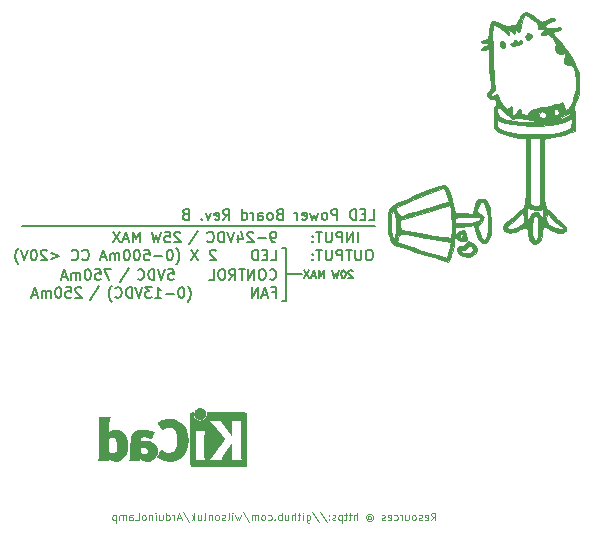
<source format=gbr>
%TF.GenerationSoftware,KiCad,Pcbnew,(5.1.6)-1*%
%TF.CreationDate,2020-11-03T02:47:29-08:00*%
%TF.ProjectId,Power Board V2,506f7765-7220-4426-9f61-72642056322e,rev?*%
%TF.SameCoordinates,Original*%
%TF.FileFunction,Legend,Bot*%
%TF.FilePolarity,Positive*%
%FSLAX46Y46*%
G04 Gerber Fmt 4.6, Leading zero omitted, Abs format (unit mm)*
G04 Created by KiCad (PCBNEW (5.1.6)-1) date 2020-11-03 02:47:29*
%MOMM*%
%LPD*%
G01*
G04 APERTURE LIST*
%ADD10C,0.150000*%
%ADD11C,0.101600*%
%ADD12C,0.127000*%
%ADD13C,0.152400*%
%ADD14C,0.010000*%
G04 APERTURE END LIST*
D10*
X127381000Y-109537500D02*
X128714500Y-109537500D01*
X127381000Y-111760000D02*
X127000000Y-111760000D01*
X127381000Y-107315000D02*
X127381000Y-111760000D01*
X127000000Y-107315000D02*
X127381000Y-107315000D01*
D11*
X139669761Y-130335261D02*
X139881428Y-130032880D01*
X140032619Y-130335261D02*
X140032619Y-129700261D01*
X139790714Y-129700261D01*
X139730238Y-129730500D01*
X139700000Y-129760738D01*
X139669761Y-129821214D01*
X139669761Y-129911928D01*
X139700000Y-129972404D01*
X139730238Y-130002642D01*
X139790714Y-130032880D01*
X140032619Y-130032880D01*
X139155714Y-130305023D02*
X139216190Y-130335261D01*
X139337142Y-130335261D01*
X139397619Y-130305023D01*
X139427857Y-130244547D01*
X139427857Y-130002642D01*
X139397619Y-129942166D01*
X139337142Y-129911928D01*
X139216190Y-129911928D01*
X139155714Y-129942166D01*
X139125476Y-130002642D01*
X139125476Y-130063119D01*
X139427857Y-130123595D01*
X138883571Y-130305023D02*
X138823095Y-130335261D01*
X138702142Y-130335261D01*
X138641666Y-130305023D01*
X138611428Y-130244547D01*
X138611428Y-130214309D01*
X138641666Y-130153833D01*
X138702142Y-130123595D01*
X138792857Y-130123595D01*
X138853333Y-130093357D01*
X138883571Y-130032880D01*
X138883571Y-130002642D01*
X138853333Y-129942166D01*
X138792857Y-129911928D01*
X138702142Y-129911928D01*
X138641666Y-129942166D01*
X138248571Y-130335261D02*
X138309047Y-130305023D01*
X138339285Y-130274785D01*
X138369523Y-130214309D01*
X138369523Y-130032880D01*
X138339285Y-129972404D01*
X138309047Y-129942166D01*
X138248571Y-129911928D01*
X138157857Y-129911928D01*
X138097380Y-129942166D01*
X138067142Y-129972404D01*
X138036904Y-130032880D01*
X138036904Y-130214309D01*
X138067142Y-130274785D01*
X138097380Y-130305023D01*
X138157857Y-130335261D01*
X138248571Y-130335261D01*
X137492619Y-129911928D02*
X137492619Y-130335261D01*
X137764761Y-129911928D02*
X137764761Y-130244547D01*
X137734523Y-130305023D01*
X137674047Y-130335261D01*
X137583333Y-130335261D01*
X137522857Y-130305023D01*
X137492619Y-130274785D01*
X137190238Y-130335261D02*
X137190238Y-129911928D01*
X137190238Y-130032880D02*
X137160000Y-129972404D01*
X137129761Y-129942166D01*
X137069285Y-129911928D01*
X137008809Y-129911928D01*
X136525000Y-130305023D02*
X136585476Y-130335261D01*
X136706428Y-130335261D01*
X136766904Y-130305023D01*
X136797142Y-130274785D01*
X136827380Y-130214309D01*
X136827380Y-130032880D01*
X136797142Y-129972404D01*
X136766904Y-129942166D01*
X136706428Y-129911928D01*
X136585476Y-129911928D01*
X136525000Y-129942166D01*
X136010952Y-130305023D02*
X136071428Y-130335261D01*
X136192380Y-130335261D01*
X136252857Y-130305023D01*
X136283095Y-130244547D01*
X136283095Y-130002642D01*
X136252857Y-129942166D01*
X136192380Y-129911928D01*
X136071428Y-129911928D01*
X136010952Y-129942166D01*
X135980714Y-130002642D01*
X135980714Y-130063119D01*
X136283095Y-130123595D01*
X135738809Y-130305023D02*
X135678333Y-130335261D01*
X135557380Y-130335261D01*
X135496904Y-130305023D01*
X135466666Y-130244547D01*
X135466666Y-130214309D01*
X135496904Y-130153833D01*
X135557380Y-130123595D01*
X135648095Y-130123595D01*
X135708571Y-130093357D01*
X135738809Y-130032880D01*
X135738809Y-130002642D01*
X135708571Y-129942166D01*
X135648095Y-129911928D01*
X135557380Y-129911928D01*
X135496904Y-129942166D01*
X134317619Y-130032880D02*
X134347857Y-130002642D01*
X134408333Y-129972404D01*
X134468809Y-129972404D01*
X134529285Y-130002642D01*
X134559523Y-130032880D01*
X134589761Y-130093357D01*
X134589761Y-130153833D01*
X134559523Y-130214309D01*
X134529285Y-130244547D01*
X134468809Y-130274785D01*
X134408333Y-130274785D01*
X134347857Y-130244547D01*
X134317619Y-130214309D01*
X134317619Y-129972404D02*
X134317619Y-130214309D01*
X134287380Y-130244547D01*
X134257142Y-130244547D01*
X134196666Y-130214309D01*
X134166428Y-130153833D01*
X134166428Y-130002642D01*
X134226904Y-129911928D01*
X134317619Y-129851452D01*
X134438571Y-129821214D01*
X134559523Y-129851452D01*
X134650238Y-129911928D01*
X134710714Y-130002642D01*
X134740952Y-130123595D01*
X134710714Y-130244547D01*
X134650238Y-130335261D01*
X134559523Y-130395738D01*
X134438571Y-130425976D01*
X134317619Y-130395738D01*
X134226904Y-130335261D01*
X133410476Y-130335261D02*
X133410476Y-129700261D01*
X133138333Y-130335261D02*
X133138333Y-130002642D01*
X133168571Y-129942166D01*
X133229047Y-129911928D01*
X133319761Y-129911928D01*
X133380238Y-129942166D01*
X133410476Y-129972404D01*
X132926666Y-129911928D02*
X132684761Y-129911928D01*
X132835952Y-129700261D02*
X132835952Y-130244547D01*
X132805714Y-130305023D01*
X132745238Y-130335261D01*
X132684761Y-130335261D01*
X132563809Y-129911928D02*
X132321904Y-129911928D01*
X132473095Y-129700261D02*
X132473095Y-130244547D01*
X132442857Y-130305023D01*
X132382380Y-130335261D01*
X132321904Y-130335261D01*
X132110238Y-129911928D02*
X132110238Y-130546928D01*
X132110238Y-129942166D02*
X132049761Y-129911928D01*
X131928809Y-129911928D01*
X131868333Y-129942166D01*
X131838095Y-129972404D01*
X131807857Y-130032880D01*
X131807857Y-130214309D01*
X131838095Y-130274785D01*
X131868333Y-130305023D01*
X131928809Y-130335261D01*
X132049761Y-130335261D01*
X132110238Y-130305023D01*
X131565952Y-130305023D02*
X131505476Y-130335261D01*
X131384523Y-130335261D01*
X131324047Y-130305023D01*
X131293809Y-130244547D01*
X131293809Y-130214309D01*
X131324047Y-130153833D01*
X131384523Y-130123595D01*
X131475238Y-130123595D01*
X131535714Y-130093357D01*
X131565952Y-130032880D01*
X131565952Y-130002642D01*
X131535714Y-129942166D01*
X131475238Y-129911928D01*
X131384523Y-129911928D01*
X131324047Y-129942166D01*
X131021666Y-130274785D02*
X130991428Y-130305023D01*
X131021666Y-130335261D01*
X131051904Y-130305023D01*
X131021666Y-130274785D01*
X131021666Y-130335261D01*
X131021666Y-129942166D02*
X130991428Y-129972404D01*
X131021666Y-130002642D01*
X131051904Y-129972404D01*
X131021666Y-129942166D01*
X131021666Y-130002642D01*
X130265714Y-129670023D02*
X130810000Y-130486452D01*
X129600476Y-129670023D02*
X130144761Y-130486452D01*
X129116666Y-129911928D02*
X129116666Y-130425976D01*
X129146904Y-130486452D01*
X129177142Y-130516690D01*
X129237619Y-130546928D01*
X129328333Y-130546928D01*
X129388809Y-130516690D01*
X129116666Y-130305023D02*
X129177142Y-130335261D01*
X129298095Y-130335261D01*
X129358571Y-130305023D01*
X129388809Y-130274785D01*
X129419047Y-130214309D01*
X129419047Y-130032880D01*
X129388809Y-129972404D01*
X129358571Y-129942166D01*
X129298095Y-129911928D01*
X129177142Y-129911928D01*
X129116666Y-129942166D01*
X128814285Y-130335261D02*
X128814285Y-129911928D01*
X128814285Y-129700261D02*
X128844523Y-129730500D01*
X128814285Y-129760738D01*
X128784047Y-129730500D01*
X128814285Y-129700261D01*
X128814285Y-129760738D01*
X128602619Y-129911928D02*
X128360714Y-129911928D01*
X128511904Y-129700261D02*
X128511904Y-130244547D01*
X128481666Y-130305023D01*
X128421190Y-130335261D01*
X128360714Y-130335261D01*
X128149047Y-130335261D02*
X128149047Y-129700261D01*
X127876904Y-130335261D02*
X127876904Y-130002642D01*
X127907142Y-129942166D01*
X127967619Y-129911928D01*
X128058333Y-129911928D01*
X128118809Y-129942166D01*
X128149047Y-129972404D01*
X127302380Y-129911928D02*
X127302380Y-130335261D01*
X127574523Y-129911928D02*
X127574523Y-130244547D01*
X127544285Y-130305023D01*
X127483809Y-130335261D01*
X127393095Y-130335261D01*
X127332619Y-130305023D01*
X127302380Y-130274785D01*
X127000000Y-130335261D02*
X127000000Y-129700261D01*
X127000000Y-129942166D02*
X126939523Y-129911928D01*
X126818571Y-129911928D01*
X126758095Y-129942166D01*
X126727857Y-129972404D01*
X126697619Y-130032880D01*
X126697619Y-130214309D01*
X126727857Y-130274785D01*
X126758095Y-130305023D01*
X126818571Y-130335261D01*
X126939523Y-130335261D01*
X127000000Y-130305023D01*
X126425476Y-130274785D02*
X126395238Y-130305023D01*
X126425476Y-130335261D01*
X126455714Y-130305023D01*
X126425476Y-130274785D01*
X126425476Y-130335261D01*
X125850952Y-130305023D02*
X125911428Y-130335261D01*
X126032380Y-130335261D01*
X126092857Y-130305023D01*
X126123095Y-130274785D01*
X126153333Y-130214309D01*
X126153333Y-130032880D01*
X126123095Y-129972404D01*
X126092857Y-129942166D01*
X126032380Y-129911928D01*
X125911428Y-129911928D01*
X125850952Y-129942166D01*
X125488095Y-130335261D02*
X125548571Y-130305023D01*
X125578809Y-130274785D01*
X125609047Y-130214309D01*
X125609047Y-130032880D01*
X125578809Y-129972404D01*
X125548571Y-129942166D01*
X125488095Y-129911928D01*
X125397380Y-129911928D01*
X125336904Y-129942166D01*
X125306666Y-129972404D01*
X125276428Y-130032880D01*
X125276428Y-130214309D01*
X125306666Y-130274785D01*
X125336904Y-130305023D01*
X125397380Y-130335261D01*
X125488095Y-130335261D01*
X125004285Y-130335261D02*
X125004285Y-129911928D01*
X125004285Y-129972404D02*
X124974047Y-129942166D01*
X124913571Y-129911928D01*
X124822857Y-129911928D01*
X124762380Y-129942166D01*
X124732142Y-130002642D01*
X124732142Y-130335261D01*
X124732142Y-130002642D02*
X124701904Y-129942166D01*
X124641428Y-129911928D01*
X124550714Y-129911928D01*
X124490238Y-129942166D01*
X124460000Y-130002642D01*
X124460000Y-130335261D01*
X123704047Y-129670023D02*
X124248333Y-130486452D01*
X123552857Y-129911928D02*
X123431904Y-130335261D01*
X123310952Y-130032880D01*
X123190000Y-130335261D01*
X123069047Y-129911928D01*
X122827142Y-130335261D02*
X122827142Y-129911928D01*
X122827142Y-129700261D02*
X122857380Y-129730500D01*
X122827142Y-129760738D01*
X122796904Y-129730500D01*
X122827142Y-129700261D01*
X122827142Y-129760738D01*
X122434047Y-130335261D02*
X122494523Y-130305023D01*
X122524761Y-130244547D01*
X122524761Y-129700261D01*
X122222380Y-130305023D02*
X122161904Y-130335261D01*
X122040952Y-130335261D01*
X121980476Y-130305023D01*
X121950238Y-130244547D01*
X121950238Y-130214309D01*
X121980476Y-130153833D01*
X122040952Y-130123595D01*
X122131666Y-130123595D01*
X122192142Y-130093357D01*
X122222380Y-130032880D01*
X122222380Y-130002642D01*
X122192142Y-129942166D01*
X122131666Y-129911928D01*
X122040952Y-129911928D01*
X121980476Y-129942166D01*
X121587380Y-130335261D02*
X121647857Y-130305023D01*
X121678095Y-130274785D01*
X121708333Y-130214309D01*
X121708333Y-130032880D01*
X121678095Y-129972404D01*
X121647857Y-129942166D01*
X121587380Y-129911928D01*
X121496666Y-129911928D01*
X121436190Y-129942166D01*
X121405952Y-129972404D01*
X121375714Y-130032880D01*
X121375714Y-130214309D01*
X121405952Y-130274785D01*
X121436190Y-130305023D01*
X121496666Y-130335261D01*
X121587380Y-130335261D01*
X121103571Y-129911928D02*
X121103571Y-130335261D01*
X121103571Y-129972404D02*
X121073333Y-129942166D01*
X121012857Y-129911928D01*
X120922142Y-129911928D01*
X120861666Y-129942166D01*
X120831428Y-130002642D01*
X120831428Y-130335261D01*
X120438333Y-130335261D02*
X120498809Y-130305023D01*
X120529047Y-130244547D01*
X120529047Y-129700261D01*
X119924285Y-129911928D02*
X119924285Y-130335261D01*
X120196428Y-129911928D02*
X120196428Y-130244547D01*
X120166190Y-130305023D01*
X120105714Y-130335261D01*
X120015000Y-130335261D01*
X119954523Y-130305023D01*
X119924285Y-130274785D01*
X119621904Y-130335261D02*
X119621904Y-129700261D01*
X119561428Y-130093357D02*
X119380000Y-130335261D01*
X119380000Y-129911928D02*
X119621904Y-130153833D01*
X118654285Y-129670023D02*
X119198571Y-130486452D01*
X118472857Y-130153833D02*
X118170476Y-130153833D01*
X118533333Y-130335261D02*
X118321666Y-129700261D01*
X118110000Y-130335261D01*
X117898333Y-130335261D02*
X117898333Y-129911928D01*
X117898333Y-130032880D02*
X117868095Y-129972404D01*
X117837857Y-129942166D01*
X117777380Y-129911928D01*
X117716904Y-129911928D01*
X117233095Y-130335261D02*
X117233095Y-129700261D01*
X117233095Y-130305023D02*
X117293571Y-130335261D01*
X117414523Y-130335261D01*
X117475000Y-130305023D01*
X117505238Y-130274785D01*
X117535476Y-130214309D01*
X117535476Y-130032880D01*
X117505238Y-129972404D01*
X117475000Y-129942166D01*
X117414523Y-129911928D01*
X117293571Y-129911928D01*
X117233095Y-129942166D01*
X116658571Y-129911928D02*
X116658571Y-130335261D01*
X116930714Y-129911928D02*
X116930714Y-130244547D01*
X116900476Y-130305023D01*
X116840000Y-130335261D01*
X116749285Y-130335261D01*
X116688809Y-130305023D01*
X116658571Y-130274785D01*
X116356190Y-130335261D02*
X116356190Y-129911928D01*
X116356190Y-129700261D02*
X116386428Y-129730500D01*
X116356190Y-129760738D01*
X116325952Y-129730500D01*
X116356190Y-129700261D01*
X116356190Y-129760738D01*
X116053809Y-129911928D02*
X116053809Y-130335261D01*
X116053809Y-129972404D02*
X116023571Y-129942166D01*
X115963095Y-129911928D01*
X115872380Y-129911928D01*
X115811904Y-129942166D01*
X115781666Y-130002642D01*
X115781666Y-130335261D01*
X115388571Y-130335261D02*
X115449047Y-130305023D01*
X115479285Y-130274785D01*
X115509523Y-130214309D01*
X115509523Y-130032880D01*
X115479285Y-129972404D01*
X115449047Y-129942166D01*
X115388571Y-129911928D01*
X115297857Y-129911928D01*
X115237380Y-129942166D01*
X115207142Y-129972404D01*
X115176904Y-130032880D01*
X115176904Y-130214309D01*
X115207142Y-130274785D01*
X115237380Y-130305023D01*
X115297857Y-130335261D01*
X115388571Y-130335261D01*
X114602380Y-130335261D02*
X114904761Y-130335261D01*
X114904761Y-129700261D01*
X114118571Y-130335261D02*
X114118571Y-130002642D01*
X114148809Y-129942166D01*
X114209285Y-129911928D01*
X114330238Y-129911928D01*
X114390714Y-129942166D01*
X114118571Y-130305023D02*
X114179047Y-130335261D01*
X114330238Y-130335261D01*
X114390714Y-130305023D01*
X114420952Y-130244547D01*
X114420952Y-130184071D01*
X114390714Y-130123595D01*
X114330238Y-130093357D01*
X114179047Y-130093357D01*
X114118571Y-130063119D01*
X113816190Y-130335261D02*
X113816190Y-129911928D01*
X113816190Y-129972404D02*
X113785952Y-129942166D01*
X113725476Y-129911928D01*
X113634761Y-129911928D01*
X113574285Y-129942166D01*
X113544047Y-130002642D01*
X113544047Y-130335261D01*
X113544047Y-130002642D02*
X113513809Y-129942166D01*
X113453333Y-129911928D01*
X113362619Y-129911928D01*
X113302142Y-129942166D01*
X113271904Y-130002642D01*
X113271904Y-130335261D01*
X112969523Y-129911928D02*
X112969523Y-130546928D01*
X112969523Y-129942166D02*
X112909047Y-129911928D01*
X112788095Y-129911928D01*
X112727619Y-129942166D01*
X112697380Y-129972404D01*
X112667142Y-130032880D01*
X112667142Y-130214309D01*
X112697380Y-130274785D01*
X112727619Y-130305023D01*
X112788095Y-130335261D01*
X112909047Y-130335261D01*
X112969523Y-130305023D01*
D12*
X133026452Y-109250238D02*
X132996214Y-109220000D01*
X132935738Y-109189761D01*
X132784547Y-109189761D01*
X132724071Y-109220000D01*
X132693833Y-109250238D01*
X132663595Y-109310714D01*
X132663595Y-109371190D01*
X132693833Y-109461904D01*
X133056690Y-109824761D01*
X132663595Y-109824761D01*
X132270500Y-109189761D02*
X132210023Y-109189761D01*
X132149547Y-109220000D01*
X132119309Y-109250238D01*
X132089071Y-109310714D01*
X132058833Y-109431666D01*
X132058833Y-109582857D01*
X132089071Y-109703809D01*
X132119309Y-109764285D01*
X132149547Y-109794523D01*
X132210023Y-109824761D01*
X132270500Y-109824761D01*
X132330976Y-109794523D01*
X132361214Y-109764285D01*
X132391452Y-109703809D01*
X132421690Y-109582857D01*
X132421690Y-109431666D01*
X132391452Y-109310714D01*
X132361214Y-109250238D01*
X132330976Y-109220000D01*
X132270500Y-109189761D01*
X131847166Y-109189761D02*
X131695976Y-109824761D01*
X131575023Y-109371190D01*
X131454071Y-109824761D01*
X131302880Y-109189761D01*
X130577166Y-109824761D02*
X130577166Y-109189761D01*
X130365500Y-109643333D01*
X130153833Y-109189761D01*
X130153833Y-109824761D01*
X129881690Y-109643333D02*
X129579309Y-109643333D01*
X129942166Y-109824761D02*
X129730500Y-109189761D01*
X129518833Y-109824761D01*
X129367642Y-109189761D02*
X128944309Y-109824761D01*
X128944309Y-109189761D02*
X129367642Y-109824761D01*
D13*
X134387166Y-104923166D02*
X134810500Y-104923166D01*
X134810500Y-104034166D01*
X134090833Y-104457500D02*
X133794500Y-104457500D01*
X133667500Y-104923166D02*
X134090833Y-104923166D01*
X134090833Y-104034166D01*
X133667500Y-104034166D01*
X133286500Y-104923166D02*
X133286500Y-104034166D01*
X133074833Y-104034166D01*
X132947833Y-104076500D01*
X132863166Y-104161166D01*
X132820833Y-104245833D01*
X132778500Y-104415166D01*
X132778500Y-104542166D01*
X132820833Y-104711500D01*
X132863166Y-104796166D01*
X132947833Y-104880833D01*
X133074833Y-104923166D01*
X133286500Y-104923166D01*
X131720166Y-104923166D02*
X131720166Y-104034166D01*
X131381500Y-104034166D01*
X131296833Y-104076500D01*
X131254500Y-104118833D01*
X131212166Y-104203500D01*
X131212166Y-104330500D01*
X131254500Y-104415166D01*
X131296833Y-104457500D01*
X131381500Y-104499833D01*
X131720166Y-104499833D01*
X130704166Y-104923166D02*
X130788833Y-104880833D01*
X130831166Y-104838500D01*
X130873500Y-104753833D01*
X130873500Y-104499833D01*
X130831166Y-104415166D01*
X130788833Y-104372833D01*
X130704166Y-104330500D01*
X130577166Y-104330500D01*
X130492500Y-104372833D01*
X130450166Y-104415166D01*
X130407833Y-104499833D01*
X130407833Y-104753833D01*
X130450166Y-104838500D01*
X130492500Y-104880833D01*
X130577166Y-104923166D01*
X130704166Y-104923166D01*
X130111500Y-104330500D02*
X129942166Y-104923166D01*
X129772833Y-104499833D01*
X129603500Y-104923166D01*
X129434166Y-104330500D01*
X128756833Y-104880833D02*
X128841500Y-104923166D01*
X129010833Y-104923166D01*
X129095500Y-104880833D01*
X129137833Y-104796166D01*
X129137833Y-104457500D01*
X129095500Y-104372833D01*
X129010833Y-104330500D01*
X128841500Y-104330500D01*
X128756833Y-104372833D01*
X128714500Y-104457500D01*
X128714500Y-104542166D01*
X129137833Y-104626833D01*
X128333500Y-104923166D02*
X128333500Y-104330500D01*
X128333500Y-104499833D02*
X128291166Y-104415166D01*
X128248833Y-104372833D01*
X128164166Y-104330500D01*
X128079500Y-104330500D01*
X126809499Y-104457500D02*
X126682499Y-104499833D01*
X126640166Y-104542166D01*
X126597833Y-104626833D01*
X126597833Y-104753833D01*
X126640166Y-104838500D01*
X126682499Y-104880833D01*
X126767166Y-104923166D01*
X127105833Y-104923166D01*
X127105833Y-104034166D01*
X126809499Y-104034166D01*
X126724833Y-104076500D01*
X126682499Y-104118833D01*
X126640166Y-104203500D01*
X126640166Y-104288166D01*
X126682499Y-104372833D01*
X126724833Y-104415166D01*
X126809499Y-104457500D01*
X127105833Y-104457500D01*
X126089833Y-104923166D02*
X126174499Y-104880833D01*
X126216833Y-104838500D01*
X126259166Y-104753833D01*
X126259166Y-104499833D01*
X126216833Y-104415166D01*
X126174499Y-104372833D01*
X126089833Y-104330500D01*
X125962833Y-104330500D01*
X125878166Y-104372833D01*
X125835833Y-104415166D01*
X125793499Y-104499833D01*
X125793499Y-104753833D01*
X125835833Y-104838500D01*
X125878166Y-104880833D01*
X125962833Y-104923166D01*
X126089833Y-104923166D01*
X125031499Y-104923166D02*
X125031499Y-104457500D01*
X125073833Y-104372833D01*
X125158499Y-104330500D01*
X125327833Y-104330500D01*
X125412499Y-104372833D01*
X125031499Y-104880833D02*
X125116166Y-104923166D01*
X125327833Y-104923166D01*
X125412499Y-104880833D01*
X125454833Y-104796166D01*
X125454833Y-104711500D01*
X125412499Y-104626833D01*
X125327833Y-104584500D01*
X125116166Y-104584500D01*
X125031499Y-104542166D01*
X124608166Y-104923166D02*
X124608166Y-104330500D01*
X124608166Y-104499833D02*
X124565833Y-104415166D01*
X124523499Y-104372833D01*
X124438833Y-104330500D01*
X124354166Y-104330500D01*
X123676833Y-104923166D02*
X123676833Y-104034166D01*
X123676833Y-104880833D02*
X123761499Y-104923166D01*
X123930833Y-104923166D01*
X124015499Y-104880833D01*
X124057833Y-104838500D01*
X124100166Y-104753833D01*
X124100166Y-104499833D01*
X124057833Y-104415166D01*
X124015499Y-104372833D01*
X123930833Y-104330500D01*
X123761499Y-104330500D01*
X123676833Y-104372833D01*
X122068166Y-104923166D02*
X122364500Y-104499833D01*
X122576166Y-104923166D02*
X122576166Y-104034166D01*
X122237500Y-104034166D01*
X122152833Y-104076500D01*
X122110500Y-104118833D01*
X122068166Y-104203500D01*
X122068166Y-104330500D01*
X122110500Y-104415166D01*
X122152833Y-104457500D01*
X122237500Y-104499833D01*
X122576166Y-104499833D01*
X121348499Y-104880833D02*
X121433166Y-104923166D01*
X121602499Y-104923166D01*
X121687166Y-104880833D01*
X121729499Y-104796166D01*
X121729499Y-104457500D01*
X121687166Y-104372833D01*
X121602499Y-104330500D01*
X121433166Y-104330500D01*
X121348499Y-104372833D01*
X121306166Y-104457500D01*
X121306166Y-104542166D01*
X121729499Y-104626833D01*
X121009833Y-104330500D02*
X120798166Y-104923166D01*
X120586499Y-104330500D01*
X120247833Y-104838500D02*
X120205499Y-104880833D01*
X120247833Y-104923166D01*
X120290166Y-104880833D01*
X120247833Y-104838500D01*
X120247833Y-104923166D01*
X118850833Y-104457500D02*
X118723833Y-104499833D01*
X118681500Y-104542166D01*
X118639166Y-104626833D01*
X118639166Y-104753833D01*
X118681500Y-104838500D01*
X118723833Y-104880833D01*
X118808500Y-104923166D01*
X119147166Y-104923166D01*
X119147166Y-104034166D01*
X118850833Y-104034166D01*
X118766166Y-104076500D01*
X118723833Y-104118833D01*
X118681500Y-104203500D01*
X118681500Y-104288166D01*
X118723833Y-104372833D01*
X118766166Y-104415166D01*
X118850833Y-104457500D01*
X119147166Y-104457500D01*
D10*
X134874000Y-105410000D02*
X105029000Y-105410000D01*
D13*
X126202440Y-111061500D02*
X126498773Y-111061500D01*
X126498773Y-111527166D02*
X126498773Y-110638166D01*
X126075440Y-110638166D01*
X125779106Y-111273166D02*
X125355773Y-111273166D01*
X125863773Y-111527166D02*
X125567440Y-110638166D01*
X125271106Y-111527166D01*
X124974773Y-111527166D02*
X124974773Y-110638166D01*
X124466773Y-111527166D01*
X124466773Y-110638166D01*
X119048106Y-111865833D02*
X119090440Y-111823500D01*
X119175106Y-111696500D01*
X119217440Y-111611833D01*
X119259773Y-111484833D01*
X119302106Y-111273166D01*
X119302106Y-111103833D01*
X119259773Y-110892166D01*
X119217440Y-110765166D01*
X119175106Y-110680500D01*
X119090440Y-110553500D01*
X119048106Y-110511166D01*
X118540106Y-110638166D02*
X118455440Y-110638166D01*
X118370773Y-110680500D01*
X118328440Y-110722833D01*
X118286106Y-110807500D01*
X118243773Y-110976833D01*
X118243773Y-111188500D01*
X118286106Y-111357833D01*
X118328440Y-111442500D01*
X118370773Y-111484833D01*
X118455440Y-111527166D01*
X118540106Y-111527166D01*
X118624773Y-111484833D01*
X118667106Y-111442500D01*
X118709440Y-111357833D01*
X118751773Y-111188500D01*
X118751773Y-110976833D01*
X118709440Y-110807500D01*
X118667106Y-110722833D01*
X118624773Y-110680500D01*
X118540106Y-110638166D01*
X117862773Y-111188500D02*
X117185440Y-111188500D01*
X116296440Y-111527166D02*
X116804440Y-111527166D01*
X116550440Y-111527166D02*
X116550440Y-110638166D01*
X116635106Y-110765166D01*
X116719773Y-110849833D01*
X116804440Y-110892166D01*
X116000106Y-110638166D02*
X115449773Y-110638166D01*
X115746106Y-110976833D01*
X115619106Y-110976833D01*
X115534440Y-111019166D01*
X115492106Y-111061500D01*
X115449773Y-111146166D01*
X115449773Y-111357833D01*
X115492106Y-111442500D01*
X115534440Y-111484833D01*
X115619106Y-111527166D01*
X115873106Y-111527166D01*
X115957773Y-111484833D01*
X116000106Y-111442500D01*
X115195773Y-110638166D02*
X114899440Y-111527166D01*
X114603106Y-110638166D01*
X114306773Y-111527166D02*
X114306773Y-110638166D01*
X114095106Y-110638166D01*
X113968106Y-110680500D01*
X113883440Y-110765166D01*
X113841106Y-110849833D01*
X113798773Y-111019166D01*
X113798773Y-111146166D01*
X113841106Y-111315500D01*
X113883440Y-111400166D01*
X113968106Y-111484833D01*
X114095106Y-111527166D01*
X114306773Y-111527166D01*
X112909773Y-111442500D02*
X112952106Y-111484833D01*
X113079106Y-111527166D01*
X113163773Y-111527166D01*
X113290773Y-111484833D01*
X113375440Y-111400166D01*
X113417773Y-111315500D01*
X113460106Y-111146166D01*
X113460106Y-111019166D01*
X113417773Y-110849833D01*
X113375440Y-110765166D01*
X113290773Y-110680500D01*
X113163773Y-110638166D01*
X113079106Y-110638166D01*
X112952106Y-110680500D01*
X112909773Y-110722833D01*
X112613440Y-111865833D02*
X112571106Y-111823500D01*
X112486440Y-111696500D01*
X112444106Y-111611833D01*
X112401773Y-111484833D01*
X112359440Y-111273166D01*
X112359440Y-111103833D01*
X112401773Y-110892166D01*
X112444106Y-110765166D01*
X112486440Y-110680500D01*
X112571106Y-110553500D01*
X112613440Y-110511166D01*
X111555106Y-110553500D02*
X110793106Y-111696500D01*
X110031106Y-110722833D02*
X109988773Y-110680500D01*
X109904106Y-110638166D01*
X109692440Y-110638166D01*
X109607773Y-110680500D01*
X109565440Y-110722833D01*
X109523106Y-110807500D01*
X109523106Y-110892166D01*
X109565440Y-111019166D01*
X110073440Y-111527166D01*
X109523106Y-111527166D01*
X108718773Y-110638166D02*
X109142106Y-110638166D01*
X109184440Y-111061500D01*
X109142106Y-111019166D01*
X109057440Y-110976833D01*
X108845773Y-110976833D01*
X108761106Y-111019166D01*
X108718773Y-111061500D01*
X108676440Y-111146166D01*
X108676440Y-111357833D01*
X108718773Y-111442500D01*
X108761106Y-111484833D01*
X108845773Y-111527166D01*
X109057440Y-111527166D01*
X109142106Y-111484833D01*
X109184440Y-111442500D01*
X108126106Y-110638166D02*
X108041440Y-110638166D01*
X107956773Y-110680500D01*
X107914440Y-110722833D01*
X107872106Y-110807500D01*
X107829773Y-110976833D01*
X107829773Y-111188500D01*
X107872106Y-111357833D01*
X107914440Y-111442500D01*
X107956773Y-111484833D01*
X108041440Y-111527166D01*
X108126106Y-111527166D01*
X108210773Y-111484833D01*
X108253106Y-111442500D01*
X108295440Y-111357833D01*
X108337773Y-111188500D01*
X108337773Y-110976833D01*
X108295440Y-110807500D01*
X108253106Y-110722833D01*
X108210773Y-110680500D01*
X108126106Y-110638166D01*
X107448773Y-111527166D02*
X107448773Y-110934500D01*
X107448773Y-111019166D02*
X107406440Y-110976833D01*
X107321773Y-110934500D01*
X107194773Y-110934500D01*
X107110106Y-110976833D01*
X107067773Y-111061500D01*
X107067773Y-111527166D01*
X107067773Y-111061500D02*
X107025440Y-110976833D01*
X106940773Y-110934500D01*
X106813773Y-110934500D01*
X106729106Y-110976833D01*
X106686773Y-111061500D01*
X106686773Y-111527166D01*
X106305773Y-111273166D02*
X105882440Y-111273166D01*
X106390440Y-111527166D02*
X106094106Y-110638166D01*
X105797773Y-111527166D01*
X125990773Y-109918500D02*
X126033106Y-109960833D01*
X126160106Y-110003166D01*
X126244773Y-110003166D01*
X126371773Y-109960833D01*
X126456440Y-109876166D01*
X126498773Y-109791500D01*
X126541106Y-109622166D01*
X126541106Y-109495166D01*
X126498773Y-109325833D01*
X126456440Y-109241166D01*
X126371773Y-109156500D01*
X126244773Y-109114166D01*
X126160106Y-109114166D01*
X126033106Y-109156500D01*
X125990773Y-109198833D01*
X125440440Y-109114166D02*
X125271106Y-109114166D01*
X125186440Y-109156500D01*
X125101773Y-109241166D01*
X125059440Y-109410500D01*
X125059440Y-109706833D01*
X125101773Y-109876166D01*
X125186440Y-109960833D01*
X125271106Y-110003166D01*
X125440440Y-110003166D01*
X125525106Y-109960833D01*
X125609773Y-109876166D01*
X125652106Y-109706833D01*
X125652106Y-109410500D01*
X125609773Y-109241166D01*
X125525106Y-109156500D01*
X125440440Y-109114166D01*
X124678440Y-110003166D02*
X124678440Y-109114166D01*
X124170440Y-110003166D01*
X124170440Y-109114166D01*
X123874106Y-109114166D02*
X123366106Y-109114166D01*
X123620106Y-110003166D02*
X123620106Y-109114166D01*
X122561773Y-110003166D02*
X122858106Y-109579833D01*
X123069773Y-110003166D02*
X123069773Y-109114166D01*
X122731106Y-109114166D01*
X122646440Y-109156500D01*
X122604106Y-109198833D01*
X122561773Y-109283500D01*
X122561773Y-109410500D01*
X122604106Y-109495166D01*
X122646440Y-109537500D01*
X122731106Y-109579833D01*
X123069773Y-109579833D01*
X122011440Y-109114166D02*
X121842106Y-109114166D01*
X121757440Y-109156500D01*
X121672773Y-109241166D01*
X121630440Y-109410500D01*
X121630440Y-109706833D01*
X121672773Y-109876166D01*
X121757440Y-109960833D01*
X121842106Y-110003166D01*
X122011440Y-110003166D01*
X122096106Y-109960833D01*
X122180773Y-109876166D01*
X122223106Y-109706833D01*
X122223106Y-109410500D01*
X122180773Y-109241166D01*
X122096106Y-109156500D01*
X122011440Y-109114166D01*
X120826106Y-110003166D02*
X121249440Y-110003166D01*
X121249440Y-109114166D01*
X117397106Y-109114166D02*
X117820440Y-109114166D01*
X117862773Y-109537500D01*
X117820440Y-109495166D01*
X117735773Y-109452833D01*
X117524106Y-109452833D01*
X117439440Y-109495166D01*
X117397106Y-109537500D01*
X117354773Y-109622166D01*
X117354773Y-109833833D01*
X117397106Y-109918500D01*
X117439440Y-109960833D01*
X117524106Y-110003166D01*
X117735773Y-110003166D01*
X117820440Y-109960833D01*
X117862773Y-109918500D01*
X117100773Y-109114166D02*
X116804440Y-110003166D01*
X116508106Y-109114166D01*
X116211773Y-110003166D02*
X116211773Y-109114166D01*
X116000106Y-109114166D01*
X115873106Y-109156500D01*
X115788440Y-109241166D01*
X115746106Y-109325833D01*
X115703773Y-109495166D01*
X115703773Y-109622166D01*
X115746106Y-109791500D01*
X115788440Y-109876166D01*
X115873106Y-109960833D01*
X116000106Y-110003166D01*
X116211773Y-110003166D01*
X114814773Y-109918500D02*
X114857106Y-109960833D01*
X114984106Y-110003166D01*
X115068773Y-110003166D01*
X115195773Y-109960833D01*
X115280440Y-109876166D01*
X115322773Y-109791500D01*
X115365106Y-109622166D01*
X115365106Y-109495166D01*
X115322773Y-109325833D01*
X115280440Y-109241166D01*
X115195773Y-109156500D01*
X115068773Y-109114166D01*
X114984106Y-109114166D01*
X114857106Y-109156500D01*
X114814773Y-109198833D01*
X114052773Y-109029500D02*
X113290773Y-110172500D01*
X112571106Y-109114166D02*
X111978440Y-109114166D01*
X112359440Y-110003166D01*
X111216440Y-109114166D02*
X111639773Y-109114166D01*
X111682106Y-109537500D01*
X111639773Y-109495166D01*
X111555106Y-109452833D01*
X111343440Y-109452833D01*
X111258773Y-109495166D01*
X111216440Y-109537500D01*
X111174106Y-109622166D01*
X111174106Y-109833833D01*
X111216440Y-109918500D01*
X111258773Y-109960833D01*
X111343440Y-110003166D01*
X111555106Y-110003166D01*
X111639773Y-109960833D01*
X111682106Y-109918500D01*
X110623773Y-109114166D02*
X110539106Y-109114166D01*
X110454440Y-109156500D01*
X110412106Y-109198833D01*
X110369773Y-109283500D01*
X110327440Y-109452833D01*
X110327440Y-109664500D01*
X110369773Y-109833833D01*
X110412106Y-109918500D01*
X110454440Y-109960833D01*
X110539106Y-110003166D01*
X110623773Y-110003166D01*
X110708440Y-109960833D01*
X110750773Y-109918500D01*
X110793106Y-109833833D01*
X110835440Y-109664500D01*
X110835440Y-109452833D01*
X110793106Y-109283500D01*
X110750773Y-109198833D01*
X110708440Y-109156500D01*
X110623773Y-109114166D01*
X109946440Y-110003166D02*
X109946440Y-109410500D01*
X109946440Y-109495166D02*
X109904106Y-109452833D01*
X109819440Y-109410500D01*
X109692440Y-109410500D01*
X109607773Y-109452833D01*
X109565440Y-109537500D01*
X109565440Y-110003166D01*
X109565440Y-109537500D02*
X109523106Y-109452833D01*
X109438440Y-109410500D01*
X109311440Y-109410500D01*
X109226773Y-109452833D01*
X109184440Y-109537500D01*
X109184440Y-110003166D01*
X108803440Y-109749166D02*
X108380106Y-109749166D01*
X108888106Y-110003166D02*
X108591773Y-109114166D01*
X108295440Y-110003166D01*
X134495540Y-107463166D02*
X134326206Y-107463166D01*
X134241540Y-107505500D01*
X134156873Y-107590166D01*
X134114540Y-107759500D01*
X134114540Y-108055833D01*
X134156873Y-108225166D01*
X134241540Y-108309833D01*
X134326206Y-108352166D01*
X134495540Y-108352166D01*
X134580206Y-108309833D01*
X134664873Y-108225166D01*
X134707206Y-108055833D01*
X134707206Y-107759500D01*
X134664873Y-107590166D01*
X134580206Y-107505500D01*
X134495540Y-107463166D01*
X133733540Y-107463166D02*
X133733540Y-108182833D01*
X133691206Y-108267500D01*
X133648873Y-108309833D01*
X133564206Y-108352166D01*
X133394873Y-108352166D01*
X133310206Y-108309833D01*
X133267873Y-108267500D01*
X133225540Y-108182833D01*
X133225540Y-107463166D01*
X132929206Y-107463166D02*
X132421206Y-107463166D01*
X132675206Y-108352166D02*
X132675206Y-107463166D01*
X132124873Y-108352166D02*
X132124873Y-107463166D01*
X131786206Y-107463166D01*
X131701540Y-107505500D01*
X131659206Y-107547833D01*
X131616873Y-107632500D01*
X131616873Y-107759500D01*
X131659206Y-107844166D01*
X131701540Y-107886500D01*
X131786206Y-107928833D01*
X132124873Y-107928833D01*
X131235873Y-107463166D02*
X131235873Y-108182833D01*
X131193540Y-108267500D01*
X131151206Y-108309833D01*
X131066540Y-108352166D01*
X130897206Y-108352166D01*
X130812540Y-108309833D01*
X130770206Y-108267500D01*
X130727873Y-108182833D01*
X130727873Y-107463166D01*
X130431540Y-107463166D02*
X129923540Y-107463166D01*
X130177540Y-108352166D02*
X130177540Y-107463166D01*
X129627206Y-108267500D02*
X129584873Y-108309833D01*
X129627206Y-108352166D01*
X129669540Y-108309833D01*
X129627206Y-108267500D01*
X129627206Y-108352166D01*
X129627206Y-107801833D02*
X129584873Y-107844166D01*
X129627206Y-107886500D01*
X129669540Y-107844166D01*
X129627206Y-107801833D01*
X129627206Y-107886500D01*
X126071206Y-108352166D02*
X126494540Y-108352166D01*
X126494540Y-107463166D01*
X125774873Y-107886500D02*
X125478540Y-107886500D01*
X125351540Y-108352166D02*
X125774873Y-108352166D01*
X125774873Y-107463166D01*
X125351540Y-107463166D01*
X124970540Y-108352166D02*
X124970540Y-107463166D01*
X124758873Y-107463166D01*
X124631873Y-107505500D01*
X124547206Y-107590166D01*
X124504873Y-107674833D01*
X124462540Y-107844166D01*
X124462540Y-107971166D01*
X124504873Y-108140500D01*
X124547206Y-108225166D01*
X124631873Y-108309833D01*
X124758873Y-108352166D01*
X124970540Y-108352166D01*
X121414540Y-107547833D02*
X121372206Y-107505500D01*
X121287540Y-107463166D01*
X121075873Y-107463166D01*
X120991206Y-107505500D01*
X120948873Y-107547833D01*
X120906540Y-107632500D01*
X120906540Y-107717166D01*
X120948873Y-107844166D01*
X121456873Y-108352166D01*
X120906540Y-108352166D01*
X119932873Y-107463166D02*
X119340206Y-108352166D01*
X119340206Y-107463166D02*
X119932873Y-108352166D01*
X118070206Y-108690833D02*
X118112540Y-108648500D01*
X118197206Y-108521500D01*
X118239540Y-108436833D01*
X118281873Y-108309833D01*
X118324206Y-108098166D01*
X118324206Y-107928833D01*
X118281873Y-107717166D01*
X118239540Y-107590166D01*
X118197206Y-107505500D01*
X118112540Y-107378500D01*
X118070206Y-107336166D01*
X117562206Y-107463166D02*
X117477540Y-107463166D01*
X117392873Y-107505500D01*
X117350540Y-107547833D01*
X117308206Y-107632500D01*
X117265873Y-107801833D01*
X117265873Y-108013500D01*
X117308206Y-108182833D01*
X117350540Y-108267500D01*
X117392873Y-108309833D01*
X117477540Y-108352166D01*
X117562206Y-108352166D01*
X117646873Y-108309833D01*
X117689206Y-108267500D01*
X117731540Y-108182833D01*
X117773873Y-108013500D01*
X117773873Y-107801833D01*
X117731540Y-107632500D01*
X117689206Y-107547833D01*
X117646873Y-107505500D01*
X117562206Y-107463166D01*
X116884873Y-108013500D02*
X116207540Y-108013500D01*
X115360873Y-107463166D02*
X115784206Y-107463166D01*
X115826540Y-107886500D01*
X115784206Y-107844166D01*
X115699540Y-107801833D01*
X115487873Y-107801833D01*
X115403206Y-107844166D01*
X115360873Y-107886500D01*
X115318540Y-107971166D01*
X115318540Y-108182833D01*
X115360873Y-108267500D01*
X115403206Y-108309833D01*
X115487873Y-108352166D01*
X115699540Y-108352166D01*
X115784206Y-108309833D01*
X115826540Y-108267500D01*
X114768206Y-107463166D02*
X114683540Y-107463166D01*
X114598873Y-107505500D01*
X114556540Y-107547833D01*
X114514206Y-107632500D01*
X114471873Y-107801833D01*
X114471873Y-108013500D01*
X114514206Y-108182833D01*
X114556540Y-108267500D01*
X114598873Y-108309833D01*
X114683540Y-108352166D01*
X114768206Y-108352166D01*
X114852873Y-108309833D01*
X114895206Y-108267500D01*
X114937540Y-108182833D01*
X114979873Y-108013500D01*
X114979873Y-107801833D01*
X114937540Y-107632500D01*
X114895206Y-107547833D01*
X114852873Y-107505500D01*
X114768206Y-107463166D01*
X113921540Y-107463166D02*
X113836873Y-107463166D01*
X113752206Y-107505500D01*
X113709873Y-107547833D01*
X113667540Y-107632500D01*
X113625206Y-107801833D01*
X113625206Y-108013500D01*
X113667540Y-108182833D01*
X113709873Y-108267500D01*
X113752206Y-108309833D01*
X113836873Y-108352166D01*
X113921540Y-108352166D01*
X114006206Y-108309833D01*
X114048540Y-108267500D01*
X114090873Y-108182833D01*
X114133206Y-108013500D01*
X114133206Y-107801833D01*
X114090873Y-107632500D01*
X114048540Y-107547833D01*
X114006206Y-107505500D01*
X113921540Y-107463166D01*
X113244206Y-108352166D02*
X113244206Y-107759500D01*
X113244206Y-107844166D02*
X113201873Y-107801833D01*
X113117206Y-107759500D01*
X112990206Y-107759500D01*
X112905540Y-107801833D01*
X112863206Y-107886500D01*
X112863206Y-108352166D01*
X112863206Y-107886500D02*
X112820873Y-107801833D01*
X112736206Y-107759500D01*
X112609206Y-107759500D01*
X112524540Y-107801833D01*
X112482206Y-107886500D01*
X112482206Y-108352166D01*
X112101206Y-108098166D02*
X111677873Y-108098166D01*
X112185873Y-108352166D02*
X111889540Y-107463166D01*
X111593206Y-108352166D01*
X110111540Y-108267500D02*
X110153873Y-108309833D01*
X110280873Y-108352166D01*
X110365540Y-108352166D01*
X110492540Y-108309833D01*
X110577206Y-108225166D01*
X110619540Y-108140500D01*
X110661873Y-107971166D01*
X110661873Y-107844166D01*
X110619540Y-107674833D01*
X110577206Y-107590166D01*
X110492540Y-107505500D01*
X110365540Y-107463166D01*
X110280873Y-107463166D01*
X110153873Y-107505500D01*
X110111540Y-107547833D01*
X109222540Y-108267500D02*
X109264873Y-108309833D01*
X109391873Y-108352166D01*
X109476540Y-108352166D01*
X109603540Y-108309833D01*
X109688206Y-108225166D01*
X109730540Y-108140500D01*
X109772873Y-107971166D01*
X109772873Y-107844166D01*
X109730540Y-107674833D01*
X109688206Y-107590166D01*
X109603540Y-107505500D01*
X109476540Y-107463166D01*
X109391873Y-107463166D01*
X109264873Y-107505500D01*
X109222540Y-107547833D01*
X107486873Y-107759500D02*
X108164206Y-108013500D01*
X107486873Y-108267500D01*
X107105873Y-107547833D02*
X107063540Y-107505500D01*
X106978873Y-107463166D01*
X106767206Y-107463166D01*
X106682540Y-107505500D01*
X106640206Y-107547833D01*
X106597873Y-107632500D01*
X106597873Y-107717166D01*
X106640206Y-107844166D01*
X107148206Y-108352166D01*
X106597873Y-108352166D01*
X106047540Y-107463166D02*
X105962873Y-107463166D01*
X105878206Y-107505500D01*
X105835873Y-107547833D01*
X105793540Y-107632500D01*
X105751206Y-107801833D01*
X105751206Y-108013500D01*
X105793540Y-108182833D01*
X105835873Y-108267500D01*
X105878206Y-108309833D01*
X105962873Y-108352166D01*
X106047540Y-108352166D01*
X106132206Y-108309833D01*
X106174540Y-108267500D01*
X106216873Y-108182833D01*
X106259206Y-108013500D01*
X106259206Y-107801833D01*
X106216873Y-107632500D01*
X106174540Y-107547833D01*
X106132206Y-107505500D01*
X106047540Y-107463166D01*
X105497206Y-107463166D02*
X105200873Y-108352166D01*
X104904540Y-107463166D01*
X104692873Y-108690833D02*
X104650540Y-108648500D01*
X104565873Y-108521500D01*
X104523540Y-108436833D01*
X104481206Y-108309833D01*
X104438873Y-108098166D01*
X104438873Y-107928833D01*
X104481206Y-107717166D01*
X104523540Y-107590166D01*
X104565873Y-107505500D01*
X104650540Y-107378500D01*
X104692873Y-107336166D01*
X133483773Y-106828166D02*
X133483773Y-105939166D01*
X133060440Y-106828166D02*
X133060440Y-105939166D01*
X132552440Y-106828166D01*
X132552440Y-105939166D01*
X132129106Y-106828166D02*
X132129106Y-105939166D01*
X131790440Y-105939166D01*
X131705773Y-105981500D01*
X131663440Y-106023833D01*
X131621106Y-106108500D01*
X131621106Y-106235500D01*
X131663440Y-106320166D01*
X131705773Y-106362500D01*
X131790440Y-106404833D01*
X132129106Y-106404833D01*
X131240106Y-105939166D02*
X131240106Y-106658833D01*
X131197773Y-106743500D01*
X131155440Y-106785833D01*
X131070773Y-106828166D01*
X130901440Y-106828166D01*
X130816773Y-106785833D01*
X130774440Y-106743500D01*
X130732106Y-106658833D01*
X130732106Y-105939166D01*
X130435773Y-105939166D02*
X129927773Y-105939166D01*
X130181773Y-106828166D02*
X130181773Y-105939166D01*
X129631440Y-106743500D02*
X129589106Y-106785833D01*
X129631440Y-106828166D01*
X129673773Y-106785833D01*
X129631440Y-106743500D01*
X129631440Y-106828166D01*
X129631440Y-106277833D02*
X129589106Y-106320166D01*
X129631440Y-106362500D01*
X129673773Y-106320166D01*
X129631440Y-106277833D01*
X129631440Y-106362500D01*
X126456440Y-106828166D02*
X126287106Y-106828166D01*
X126202440Y-106785833D01*
X126160106Y-106743500D01*
X126075440Y-106616500D01*
X126033106Y-106447166D01*
X126033106Y-106108500D01*
X126075440Y-106023833D01*
X126117773Y-105981500D01*
X126202440Y-105939166D01*
X126371773Y-105939166D01*
X126456440Y-105981500D01*
X126498773Y-106023833D01*
X126541106Y-106108500D01*
X126541106Y-106320166D01*
X126498773Y-106404833D01*
X126456440Y-106447166D01*
X126371773Y-106489500D01*
X126202440Y-106489500D01*
X126117773Y-106447166D01*
X126075440Y-106404833D01*
X126033106Y-106320166D01*
X125652106Y-106489500D02*
X124974773Y-106489500D01*
X124593773Y-106023833D02*
X124551440Y-105981500D01*
X124466773Y-105939166D01*
X124255106Y-105939166D01*
X124170440Y-105981500D01*
X124128106Y-106023833D01*
X124085773Y-106108500D01*
X124085773Y-106193166D01*
X124128106Y-106320166D01*
X124636106Y-106828166D01*
X124085773Y-106828166D01*
X123323773Y-106235500D02*
X123323773Y-106828166D01*
X123535440Y-105896833D02*
X123747106Y-106531833D01*
X123196773Y-106531833D01*
X122985106Y-105939166D02*
X122688773Y-106828166D01*
X122392440Y-105939166D01*
X122096106Y-106828166D02*
X122096106Y-105939166D01*
X121884440Y-105939166D01*
X121757440Y-105981500D01*
X121672773Y-106066166D01*
X121630440Y-106150833D01*
X121588106Y-106320166D01*
X121588106Y-106447166D01*
X121630440Y-106616500D01*
X121672773Y-106701166D01*
X121757440Y-106785833D01*
X121884440Y-106828166D01*
X122096106Y-106828166D01*
X120699106Y-106743500D02*
X120741440Y-106785833D01*
X120868440Y-106828166D01*
X120953106Y-106828166D01*
X121080106Y-106785833D01*
X121164773Y-106701166D01*
X121207106Y-106616500D01*
X121249440Y-106447166D01*
X121249440Y-106320166D01*
X121207106Y-106150833D01*
X121164773Y-106066166D01*
X121080106Y-105981500D01*
X120953106Y-105939166D01*
X120868440Y-105939166D01*
X120741440Y-105981500D01*
X120699106Y-106023833D01*
X119937106Y-105854500D02*
X119175106Y-106997500D01*
X118413106Y-106023833D02*
X118370773Y-105981500D01*
X118286106Y-105939166D01*
X118074440Y-105939166D01*
X117989773Y-105981500D01*
X117947440Y-106023833D01*
X117905106Y-106108500D01*
X117905106Y-106193166D01*
X117947440Y-106320166D01*
X118455440Y-106828166D01*
X117905106Y-106828166D01*
X117100773Y-105939166D02*
X117524106Y-105939166D01*
X117566440Y-106362500D01*
X117524106Y-106320166D01*
X117439440Y-106277833D01*
X117227773Y-106277833D01*
X117143106Y-106320166D01*
X117100773Y-106362500D01*
X117058440Y-106447166D01*
X117058440Y-106658833D01*
X117100773Y-106743500D01*
X117143106Y-106785833D01*
X117227773Y-106828166D01*
X117439440Y-106828166D01*
X117524106Y-106785833D01*
X117566440Y-106743500D01*
X116762106Y-105939166D02*
X116550440Y-106828166D01*
X116381106Y-106193166D01*
X116211773Y-106828166D01*
X116000106Y-105939166D01*
X114984106Y-106828166D02*
X114984106Y-105939166D01*
X114687773Y-106574166D01*
X114391440Y-105939166D01*
X114391440Y-106828166D01*
X114010440Y-106574166D02*
X113587106Y-106574166D01*
X114095106Y-106828166D02*
X113798773Y-105939166D01*
X113502440Y-106828166D01*
X113290773Y-105939166D02*
X112698106Y-106828166D01*
X112698106Y-105939166D02*
X113290773Y-106828166D01*
D14*
%TO.C,REF\u002A\u002A*%
G36*
X120675400Y-121314054D02*
G01*
X120664535Y-121427993D01*
X120632918Y-121535616D01*
X120582015Y-121634615D01*
X120513293Y-121722684D01*
X120428219Y-121797516D01*
X120331232Y-121855384D01*
X120224964Y-121895005D01*
X120117950Y-121913573D01*
X120012300Y-121912434D01*
X119910125Y-121892930D01*
X119813534Y-121856406D01*
X119724638Y-121804205D01*
X119645546Y-121737673D01*
X119578369Y-121658152D01*
X119525217Y-121566987D01*
X119488199Y-121465523D01*
X119469427Y-121355102D01*
X119467489Y-121305206D01*
X119467489Y-121217267D01*
X119415560Y-121217267D01*
X119379253Y-121220111D01*
X119352355Y-121231911D01*
X119325249Y-121255649D01*
X119286867Y-121294031D01*
X119286867Y-123485602D01*
X119286876Y-123747739D01*
X119286908Y-123988241D01*
X119286972Y-124208048D01*
X119287076Y-124408101D01*
X119287227Y-124589344D01*
X119287434Y-124752716D01*
X119287706Y-124899160D01*
X119288050Y-125029617D01*
X119288474Y-125145029D01*
X119288987Y-125246338D01*
X119289597Y-125334484D01*
X119290312Y-125410410D01*
X119291140Y-125475057D01*
X119292089Y-125529367D01*
X119293167Y-125574280D01*
X119294383Y-125610740D01*
X119295745Y-125639687D01*
X119297261Y-125662063D01*
X119298938Y-125678809D01*
X119300786Y-125690868D01*
X119302813Y-125699180D01*
X119305025Y-125704687D01*
X119306108Y-125706537D01*
X119310271Y-125713549D01*
X119313805Y-125719996D01*
X119317635Y-125725900D01*
X119322682Y-125731286D01*
X119329871Y-125736178D01*
X119340123Y-125740598D01*
X119354364Y-125744572D01*
X119373514Y-125748121D01*
X119398499Y-125751270D01*
X119430240Y-125754042D01*
X119469662Y-125756461D01*
X119517686Y-125758551D01*
X119575237Y-125760335D01*
X119643237Y-125761837D01*
X119722610Y-125763080D01*
X119814279Y-125764089D01*
X119919166Y-125764885D01*
X120038196Y-125765494D01*
X120172290Y-125765939D01*
X120322373Y-125766243D01*
X120489367Y-125766430D01*
X120674196Y-125766524D01*
X120877783Y-125766548D01*
X121101050Y-125766525D01*
X121344922Y-125766480D01*
X121610321Y-125766437D01*
X121648704Y-125766432D01*
X121915682Y-125766389D01*
X122161002Y-125766318D01*
X122385583Y-125766213D01*
X122590345Y-125766066D01*
X122776206Y-125765869D01*
X122944088Y-125765616D01*
X123094908Y-125765300D01*
X123229587Y-125764913D01*
X123349044Y-125764447D01*
X123454199Y-125763897D01*
X123545971Y-125763253D01*
X123625279Y-125762511D01*
X123693043Y-125761661D01*
X123750182Y-125760697D01*
X123797617Y-125759611D01*
X123836266Y-125758397D01*
X123867049Y-125757047D01*
X123890885Y-125755555D01*
X123908694Y-125753911D01*
X123921395Y-125752111D01*
X123929908Y-125750145D01*
X123934266Y-125748477D01*
X123942728Y-125744906D01*
X123950497Y-125742270D01*
X123957602Y-125739634D01*
X123964073Y-125736062D01*
X123969939Y-125730621D01*
X123975229Y-125722375D01*
X123979974Y-125710390D01*
X123984202Y-125693731D01*
X123987943Y-125671463D01*
X123991227Y-125642652D01*
X123994083Y-125606363D01*
X123996540Y-125561661D01*
X123998629Y-125507611D01*
X124000378Y-125443279D01*
X124001817Y-125367730D01*
X124002976Y-125280030D01*
X124003883Y-125179243D01*
X124004569Y-125064434D01*
X124005063Y-124934670D01*
X124005395Y-124789015D01*
X124005593Y-124626535D01*
X124005687Y-124446295D01*
X124005708Y-124247360D01*
X124005685Y-124028796D01*
X124005646Y-123789668D01*
X124005622Y-123529040D01*
X124005622Y-123486889D01*
X124005636Y-123223992D01*
X124005661Y-122982732D01*
X124005671Y-122762165D01*
X124005642Y-122561352D01*
X124005548Y-122379349D01*
X124005362Y-122215216D01*
X124005059Y-122068011D01*
X124004614Y-121936792D01*
X124004034Y-121826867D01*
X123701197Y-121826867D01*
X123661407Y-121884711D01*
X123650236Y-121900479D01*
X123640166Y-121914441D01*
X123631138Y-121927784D01*
X123623097Y-121941693D01*
X123615986Y-121957356D01*
X123609747Y-121975958D01*
X123604325Y-121998686D01*
X123599662Y-122026727D01*
X123595701Y-122061267D01*
X123592385Y-122103492D01*
X123589659Y-122154589D01*
X123587464Y-122215744D01*
X123585745Y-122288144D01*
X123584444Y-122372975D01*
X123583505Y-122471422D01*
X123582870Y-122584674D01*
X123582484Y-122713916D01*
X123582288Y-122860334D01*
X123582227Y-123025116D01*
X123582243Y-123209447D01*
X123582280Y-123414513D01*
X123582289Y-123537133D01*
X123582265Y-123754082D01*
X123582231Y-123949642D01*
X123582243Y-124124999D01*
X123582358Y-124281341D01*
X123582630Y-124419857D01*
X123583118Y-124541734D01*
X123583876Y-124648160D01*
X123584962Y-124740322D01*
X123586431Y-124819409D01*
X123588340Y-124886608D01*
X123590744Y-124943107D01*
X123593701Y-124990093D01*
X123597266Y-125028755D01*
X123601495Y-125060280D01*
X123606446Y-125085855D01*
X123612173Y-125106670D01*
X123618733Y-125123911D01*
X123626183Y-125138765D01*
X123634579Y-125152422D01*
X123643976Y-125166069D01*
X123654432Y-125180893D01*
X123660523Y-125189783D01*
X123699296Y-125247400D01*
X123167732Y-125247400D01*
X123044483Y-125247365D01*
X122941987Y-125247215D01*
X122858420Y-125246878D01*
X122791956Y-125246286D01*
X122740771Y-125245367D01*
X122703041Y-125244051D01*
X122676940Y-125242269D01*
X122660644Y-125239951D01*
X122652328Y-125237026D01*
X122650168Y-125233424D01*
X122652339Y-125229075D01*
X122653535Y-125227645D01*
X122678685Y-125190573D01*
X122704583Y-125137772D01*
X122728192Y-125075770D01*
X122736461Y-125049357D01*
X122741078Y-125031416D01*
X122744979Y-125010355D01*
X122748248Y-124984089D01*
X122750966Y-124950532D01*
X122753215Y-124907599D01*
X122755077Y-124853204D01*
X122756636Y-124785262D01*
X122757972Y-124701688D01*
X122759169Y-124600395D01*
X122760308Y-124479300D01*
X122760685Y-124434600D01*
X122761702Y-124309449D01*
X122762460Y-124205082D01*
X122762903Y-124119707D01*
X122762970Y-124051533D01*
X122762605Y-123998765D01*
X122761748Y-123959614D01*
X122760341Y-123932285D01*
X122758325Y-123914986D01*
X122755643Y-123905926D01*
X122752236Y-123903312D01*
X122748044Y-123905351D01*
X122743571Y-123909667D01*
X122733216Y-123922602D01*
X122711158Y-123951676D01*
X122678957Y-123994759D01*
X122638174Y-124049718D01*
X122590370Y-124114423D01*
X122537105Y-124186742D01*
X122479940Y-124264544D01*
X122420437Y-124345698D01*
X122360155Y-124428072D01*
X122300655Y-124509536D01*
X122243498Y-124587957D01*
X122190245Y-124661204D01*
X122142457Y-124727147D01*
X122101693Y-124783654D01*
X122069516Y-124828593D01*
X122047485Y-124859834D01*
X122042917Y-124866466D01*
X122019996Y-124903369D01*
X121993188Y-124951359D01*
X121967789Y-125000897D01*
X121964568Y-125007577D01*
X121942890Y-125055772D01*
X121930304Y-125093334D01*
X121924574Y-125129160D01*
X121923456Y-125171200D01*
X121924090Y-125247400D01*
X120769651Y-125247400D01*
X120860815Y-125153669D01*
X120907612Y-125103775D01*
X120957899Y-125047295D01*
X121003944Y-124993026D01*
X121024369Y-124967673D01*
X121054807Y-124928128D01*
X121094862Y-124874916D01*
X121143361Y-124809667D01*
X121199135Y-124734011D01*
X121261011Y-124649577D01*
X121327819Y-124557994D01*
X121398387Y-124460892D01*
X121471545Y-124359901D01*
X121546121Y-124256650D01*
X121620944Y-124152768D01*
X121694843Y-124049885D01*
X121766646Y-123949631D01*
X121835184Y-123853636D01*
X121899284Y-123763527D01*
X121957775Y-123680936D01*
X122009486Y-123607492D01*
X122053247Y-123544824D01*
X122087885Y-123494561D01*
X122112230Y-123458334D01*
X122125111Y-123437771D01*
X122126869Y-123433668D01*
X122118910Y-123422342D01*
X122098115Y-123395162D01*
X122065847Y-123353829D01*
X122023470Y-123300044D01*
X121972347Y-123235506D01*
X121913841Y-123161918D01*
X121849314Y-123080978D01*
X121780131Y-122994388D01*
X121707653Y-122903848D01*
X121633246Y-122811060D01*
X121573517Y-122736702D01*
X120562511Y-122736702D01*
X120556602Y-122749659D01*
X120542272Y-122771908D01*
X120541225Y-122773391D01*
X120522438Y-122803544D01*
X120502791Y-122840375D01*
X120498892Y-122848511D01*
X120495356Y-122856940D01*
X120492230Y-122867059D01*
X120489486Y-122880260D01*
X120487092Y-122897938D01*
X120485019Y-122921484D01*
X120483235Y-122952293D01*
X120481712Y-122991757D01*
X120480419Y-123041269D01*
X120479326Y-123102223D01*
X120478403Y-123176011D01*
X120477619Y-123264028D01*
X120476945Y-123367665D01*
X120476350Y-123488316D01*
X120475805Y-123627374D01*
X120475279Y-123786232D01*
X120474745Y-123965089D01*
X120474206Y-124150207D01*
X120473772Y-124314145D01*
X120473509Y-124458303D01*
X120473484Y-124584079D01*
X120473765Y-124692871D01*
X120474419Y-124786077D01*
X120475514Y-124865097D01*
X120477118Y-124931328D01*
X120479297Y-124986170D01*
X120482119Y-125031021D01*
X120485651Y-125067278D01*
X120489961Y-125096341D01*
X120495117Y-125119609D01*
X120501185Y-125138479D01*
X120508233Y-125154351D01*
X120516329Y-125168622D01*
X120525540Y-125182691D01*
X120534040Y-125195158D01*
X120551176Y-125221452D01*
X120561322Y-125239037D01*
X120562511Y-125242257D01*
X120551604Y-125243334D01*
X120520411Y-125244335D01*
X120471223Y-125245235D01*
X120406333Y-125246010D01*
X120328030Y-125246637D01*
X120238607Y-125247091D01*
X120140356Y-125247349D01*
X120071445Y-125247400D01*
X119966452Y-125247180D01*
X119869610Y-125246548D01*
X119783107Y-125245549D01*
X119709132Y-125244227D01*
X119649874Y-125242626D01*
X119607520Y-125240791D01*
X119584260Y-125238765D01*
X119580378Y-125237493D01*
X119588076Y-125222591D01*
X119596074Y-125214560D01*
X119609246Y-125197434D01*
X119626485Y-125167183D01*
X119638407Y-125142622D01*
X119665045Y-125083711D01*
X119668120Y-123906845D01*
X119671195Y-122729978D01*
X120116853Y-122729978D01*
X120214670Y-122730142D01*
X120305064Y-122730611D01*
X120385630Y-122731347D01*
X120453962Y-122732316D01*
X120507656Y-122733480D01*
X120544305Y-122734803D01*
X120561504Y-122736249D01*
X120562511Y-122736702D01*
X121573517Y-122736702D01*
X121558270Y-122717722D01*
X121484090Y-122625537D01*
X121412069Y-122536204D01*
X121343569Y-122451424D01*
X121279955Y-122372898D01*
X121222588Y-122302326D01*
X121172833Y-122241409D01*
X121132052Y-122191847D01*
X121114888Y-122171178D01*
X121028596Y-122070516D01*
X120951997Y-121987259D01*
X120883183Y-121919438D01*
X120820248Y-121865089D01*
X120810867Y-121857722D01*
X120771356Y-121827117D01*
X121903116Y-121826867D01*
X121897827Y-121874844D01*
X121901130Y-121932188D01*
X121922661Y-122000463D01*
X121962635Y-122080212D01*
X122007943Y-122152495D01*
X122024161Y-122175140D01*
X122052214Y-122212696D01*
X122090430Y-122263021D01*
X122137137Y-122323973D01*
X122190661Y-122393411D01*
X122249331Y-122469194D01*
X122311475Y-122549180D01*
X122375421Y-122631228D01*
X122439495Y-122713196D01*
X122502027Y-122792943D01*
X122561343Y-122868327D01*
X122615771Y-122937207D01*
X122663639Y-122997442D01*
X122703275Y-123046889D01*
X122733006Y-123083408D01*
X122751161Y-123104858D01*
X122754220Y-123108156D01*
X122757079Y-123100149D01*
X122759293Y-123069855D01*
X122760857Y-123017556D01*
X122761767Y-122943531D01*
X122762020Y-122848063D01*
X122761613Y-122731434D01*
X122760704Y-122611445D01*
X122759382Y-122479333D01*
X122757857Y-122367594D01*
X122755881Y-122274025D01*
X122753206Y-122196419D01*
X122749582Y-122132574D01*
X122744761Y-122080283D01*
X122738494Y-122037344D01*
X122730532Y-122001551D01*
X122720627Y-121970700D01*
X122708531Y-121942586D01*
X122693993Y-121915005D01*
X122679311Y-121889966D01*
X122641314Y-121826867D01*
X123701197Y-121826867D01*
X124004034Y-121826867D01*
X124004001Y-121820617D01*
X124003195Y-121718544D01*
X124002170Y-121629633D01*
X124000900Y-121552941D01*
X123999360Y-121487527D01*
X123997524Y-121432449D01*
X123995367Y-121386765D01*
X123992863Y-121349534D01*
X123989987Y-121319813D01*
X123986713Y-121296662D01*
X123983015Y-121279139D01*
X123978869Y-121266301D01*
X123974247Y-121257208D01*
X123969126Y-121250918D01*
X123963478Y-121246488D01*
X123957279Y-121242978D01*
X123950504Y-121239445D01*
X123944508Y-121235876D01*
X123939275Y-121233300D01*
X123931099Y-121230972D01*
X123918886Y-121228878D01*
X123901541Y-121227007D01*
X123877969Y-121225347D01*
X123847077Y-121223884D01*
X123807768Y-121222608D01*
X123758950Y-121221504D01*
X123699527Y-121220561D01*
X123628404Y-121219767D01*
X123544488Y-121219109D01*
X123446683Y-121218575D01*
X123333894Y-121218153D01*
X123205029Y-121217829D01*
X123058991Y-121217592D01*
X122894686Y-121217430D01*
X122711020Y-121217330D01*
X122506897Y-121217280D01*
X122295753Y-121217267D01*
X120675400Y-121217267D01*
X120675400Y-121314054D01*
G37*
X120675400Y-121314054D02*
X120664535Y-121427993D01*
X120632918Y-121535616D01*
X120582015Y-121634615D01*
X120513293Y-121722684D01*
X120428219Y-121797516D01*
X120331232Y-121855384D01*
X120224964Y-121895005D01*
X120117950Y-121913573D01*
X120012300Y-121912434D01*
X119910125Y-121892930D01*
X119813534Y-121856406D01*
X119724638Y-121804205D01*
X119645546Y-121737673D01*
X119578369Y-121658152D01*
X119525217Y-121566987D01*
X119488199Y-121465523D01*
X119469427Y-121355102D01*
X119467489Y-121305206D01*
X119467489Y-121217267D01*
X119415560Y-121217267D01*
X119379253Y-121220111D01*
X119352355Y-121231911D01*
X119325249Y-121255649D01*
X119286867Y-121294031D01*
X119286867Y-123485602D01*
X119286876Y-123747739D01*
X119286908Y-123988241D01*
X119286972Y-124208048D01*
X119287076Y-124408101D01*
X119287227Y-124589344D01*
X119287434Y-124752716D01*
X119287706Y-124899160D01*
X119288050Y-125029617D01*
X119288474Y-125145029D01*
X119288987Y-125246338D01*
X119289597Y-125334484D01*
X119290312Y-125410410D01*
X119291140Y-125475057D01*
X119292089Y-125529367D01*
X119293167Y-125574280D01*
X119294383Y-125610740D01*
X119295745Y-125639687D01*
X119297261Y-125662063D01*
X119298938Y-125678809D01*
X119300786Y-125690868D01*
X119302813Y-125699180D01*
X119305025Y-125704687D01*
X119306108Y-125706537D01*
X119310271Y-125713549D01*
X119313805Y-125719996D01*
X119317635Y-125725900D01*
X119322682Y-125731286D01*
X119329871Y-125736178D01*
X119340123Y-125740598D01*
X119354364Y-125744572D01*
X119373514Y-125748121D01*
X119398499Y-125751270D01*
X119430240Y-125754042D01*
X119469662Y-125756461D01*
X119517686Y-125758551D01*
X119575237Y-125760335D01*
X119643237Y-125761837D01*
X119722610Y-125763080D01*
X119814279Y-125764089D01*
X119919166Y-125764885D01*
X120038196Y-125765494D01*
X120172290Y-125765939D01*
X120322373Y-125766243D01*
X120489367Y-125766430D01*
X120674196Y-125766524D01*
X120877783Y-125766548D01*
X121101050Y-125766525D01*
X121344922Y-125766480D01*
X121610321Y-125766437D01*
X121648704Y-125766432D01*
X121915682Y-125766389D01*
X122161002Y-125766318D01*
X122385583Y-125766213D01*
X122590345Y-125766066D01*
X122776206Y-125765869D01*
X122944088Y-125765616D01*
X123094908Y-125765300D01*
X123229587Y-125764913D01*
X123349044Y-125764447D01*
X123454199Y-125763897D01*
X123545971Y-125763253D01*
X123625279Y-125762511D01*
X123693043Y-125761661D01*
X123750182Y-125760697D01*
X123797617Y-125759611D01*
X123836266Y-125758397D01*
X123867049Y-125757047D01*
X123890885Y-125755555D01*
X123908694Y-125753911D01*
X123921395Y-125752111D01*
X123929908Y-125750145D01*
X123934266Y-125748477D01*
X123942728Y-125744906D01*
X123950497Y-125742270D01*
X123957602Y-125739634D01*
X123964073Y-125736062D01*
X123969939Y-125730621D01*
X123975229Y-125722375D01*
X123979974Y-125710390D01*
X123984202Y-125693731D01*
X123987943Y-125671463D01*
X123991227Y-125642652D01*
X123994083Y-125606363D01*
X123996540Y-125561661D01*
X123998629Y-125507611D01*
X124000378Y-125443279D01*
X124001817Y-125367730D01*
X124002976Y-125280030D01*
X124003883Y-125179243D01*
X124004569Y-125064434D01*
X124005063Y-124934670D01*
X124005395Y-124789015D01*
X124005593Y-124626535D01*
X124005687Y-124446295D01*
X124005708Y-124247360D01*
X124005685Y-124028796D01*
X124005646Y-123789668D01*
X124005622Y-123529040D01*
X124005622Y-123486889D01*
X124005636Y-123223992D01*
X124005661Y-122982732D01*
X124005671Y-122762165D01*
X124005642Y-122561352D01*
X124005548Y-122379349D01*
X124005362Y-122215216D01*
X124005059Y-122068011D01*
X124004614Y-121936792D01*
X124004034Y-121826867D01*
X123701197Y-121826867D01*
X123661407Y-121884711D01*
X123650236Y-121900479D01*
X123640166Y-121914441D01*
X123631138Y-121927784D01*
X123623097Y-121941693D01*
X123615986Y-121957356D01*
X123609747Y-121975958D01*
X123604325Y-121998686D01*
X123599662Y-122026727D01*
X123595701Y-122061267D01*
X123592385Y-122103492D01*
X123589659Y-122154589D01*
X123587464Y-122215744D01*
X123585745Y-122288144D01*
X123584444Y-122372975D01*
X123583505Y-122471422D01*
X123582870Y-122584674D01*
X123582484Y-122713916D01*
X123582288Y-122860334D01*
X123582227Y-123025116D01*
X123582243Y-123209447D01*
X123582280Y-123414513D01*
X123582289Y-123537133D01*
X123582265Y-123754082D01*
X123582231Y-123949642D01*
X123582243Y-124124999D01*
X123582358Y-124281341D01*
X123582630Y-124419857D01*
X123583118Y-124541734D01*
X123583876Y-124648160D01*
X123584962Y-124740322D01*
X123586431Y-124819409D01*
X123588340Y-124886608D01*
X123590744Y-124943107D01*
X123593701Y-124990093D01*
X123597266Y-125028755D01*
X123601495Y-125060280D01*
X123606446Y-125085855D01*
X123612173Y-125106670D01*
X123618733Y-125123911D01*
X123626183Y-125138765D01*
X123634579Y-125152422D01*
X123643976Y-125166069D01*
X123654432Y-125180893D01*
X123660523Y-125189783D01*
X123699296Y-125247400D01*
X123167732Y-125247400D01*
X123044483Y-125247365D01*
X122941987Y-125247215D01*
X122858420Y-125246878D01*
X122791956Y-125246286D01*
X122740771Y-125245367D01*
X122703041Y-125244051D01*
X122676940Y-125242269D01*
X122660644Y-125239951D01*
X122652328Y-125237026D01*
X122650168Y-125233424D01*
X122652339Y-125229075D01*
X122653535Y-125227645D01*
X122678685Y-125190573D01*
X122704583Y-125137772D01*
X122728192Y-125075770D01*
X122736461Y-125049357D01*
X122741078Y-125031416D01*
X122744979Y-125010355D01*
X122748248Y-124984089D01*
X122750966Y-124950532D01*
X122753215Y-124907599D01*
X122755077Y-124853204D01*
X122756636Y-124785262D01*
X122757972Y-124701688D01*
X122759169Y-124600395D01*
X122760308Y-124479300D01*
X122760685Y-124434600D01*
X122761702Y-124309449D01*
X122762460Y-124205082D01*
X122762903Y-124119707D01*
X122762970Y-124051533D01*
X122762605Y-123998765D01*
X122761748Y-123959614D01*
X122760341Y-123932285D01*
X122758325Y-123914986D01*
X122755643Y-123905926D01*
X122752236Y-123903312D01*
X122748044Y-123905351D01*
X122743571Y-123909667D01*
X122733216Y-123922602D01*
X122711158Y-123951676D01*
X122678957Y-123994759D01*
X122638174Y-124049718D01*
X122590370Y-124114423D01*
X122537105Y-124186742D01*
X122479940Y-124264544D01*
X122420437Y-124345698D01*
X122360155Y-124428072D01*
X122300655Y-124509536D01*
X122243498Y-124587957D01*
X122190245Y-124661204D01*
X122142457Y-124727147D01*
X122101693Y-124783654D01*
X122069516Y-124828593D01*
X122047485Y-124859834D01*
X122042917Y-124866466D01*
X122019996Y-124903369D01*
X121993188Y-124951359D01*
X121967789Y-125000897D01*
X121964568Y-125007577D01*
X121942890Y-125055772D01*
X121930304Y-125093334D01*
X121924574Y-125129160D01*
X121923456Y-125171200D01*
X121924090Y-125247400D01*
X120769651Y-125247400D01*
X120860815Y-125153669D01*
X120907612Y-125103775D01*
X120957899Y-125047295D01*
X121003944Y-124993026D01*
X121024369Y-124967673D01*
X121054807Y-124928128D01*
X121094862Y-124874916D01*
X121143361Y-124809667D01*
X121199135Y-124734011D01*
X121261011Y-124649577D01*
X121327819Y-124557994D01*
X121398387Y-124460892D01*
X121471545Y-124359901D01*
X121546121Y-124256650D01*
X121620944Y-124152768D01*
X121694843Y-124049885D01*
X121766646Y-123949631D01*
X121835184Y-123853636D01*
X121899284Y-123763527D01*
X121957775Y-123680936D01*
X122009486Y-123607492D01*
X122053247Y-123544824D01*
X122087885Y-123494561D01*
X122112230Y-123458334D01*
X122125111Y-123437771D01*
X122126869Y-123433668D01*
X122118910Y-123422342D01*
X122098115Y-123395162D01*
X122065847Y-123353829D01*
X122023470Y-123300044D01*
X121972347Y-123235506D01*
X121913841Y-123161918D01*
X121849314Y-123080978D01*
X121780131Y-122994388D01*
X121707653Y-122903848D01*
X121633246Y-122811060D01*
X121573517Y-122736702D01*
X120562511Y-122736702D01*
X120556602Y-122749659D01*
X120542272Y-122771908D01*
X120541225Y-122773391D01*
X120522438Y-122803544D01*
X120502791Y-122840375D01*
X120498892Y-122848511D01*
X120495356Y-122856940D01*
X120492230Y-122867059D01*
X120489486Y-122880260D01*
X120487092Y-122897938D01*
X120485019Y-122921484D01*
X120483235Y-122952293D01*
X120481712Y-122991757D01*
X120480419Y-123041269D01*
X120479326Y-123102223D01*
X120478403Y-123176011D01*
X120477619Y-123264028D01*
X120476945Y-123367665D01*
X120476350Y-123488316D01*
X120475805Y-123627374D01*
X120475279Y-123786232D01*
X120474745Y-123965089D01*
X120474206Y-124150207D01*
X120473772Y-124314145D01*
X120473509Y-124458303D01*
X120473484Y-124584079D01*
X120473765Y-124692871D01*
X120474419Y-124786077D01*
X120475514Y-124865097D01*
X120477118Y-124931328D01*
X120479297Y-124986170D01*
X120482119Y-125031021D01*
X120485651Y-125067278D01*
X120489961Y-125096341D01*
X120495117Y-125119609D01*
X120501185Y-125138479D01*
X120508233Y-125154351D01*
X120516329Y-125168622D01*
X120525540Y-125182691D01*
X120534040Y-125195158D01*
X120551176Y-125221452D01*
X120561322Y-125239037D01*
X120562511Y-125242257D01*
X120551604Y-125243334D01*
X120520411Y-125244335D01*
X120471223Y-125245235D01*
X120406333Y-125246010D01*
X120328030Y-125246637D01*
X120238607Y-125247091D01*
X120140356Y-125247349D01*
X120071445Y-125247400D01*
X119966452Y-125247180D01*
X119869610Y-125246548D01*
X119783107Y-125245549D01*
X119709132Y-125244227D01*
X119649874Y-125242626D01*
X119607520Y-125240791D01*
X119584260Y-125238765D01*
X119580378Y-125237493D01*
X119588076Y-125222591D01*
X119596074Y-125214560D01*
X119609246Y-125197434D01*
X119626485Y-125167183D01*
X119638407Y-125142622D01*
X119665045Y-125083711D01*
X119668120Y-123906845D01*
X119671195Y-122729978D01*
X120116853Y-122729978D01*
X120214670Y-122730142D01*
X120305064Y-122730611D01*
X120385630Y-122731347D01*
X120453962Y-122732316D01*
X120507656Y-122733480D01*
X120544305Y-122734803D01*
X120561504Y-122736249D01*
X120562511Y-122736702D01*
X121573517Y-122736702D01*
X121558270Y-122717722D01*
X121484090Y-122625537D01*
X121412069Y-122536204D01*
X121343569Y-122451424D01*
X121279955Y-122372898D01*
X121222588Y-122302326D01*
X121172833Y-122241409D01*
X121132052Y-122191847D01*
X121114888Y-122171178D01*
X121028596Y-122070516D01*
X120951997Y-121987259D01*
X120883183Y-121919438D01*
X120820248Y-121865089D01*
X120810867Y-121857722D01*
X120771356Y-121827117D01*
X121903116Y-121826867D01*
X121897827Y-121874844D01*
X121901130Y-121932188D01*
X121922661Y-122000463D01*
X121962635Y-122080212D01*
X122007943Y-122152495D01*
X122024161Y-122175140D01*
X122052214Y-122212696D01*
X122090430Y-122263021D01*
X122137137Y-122323973D01*
X122190661Y-122393411D01*
X122249331Y-122469194D01*
X122311475Y-122549180D01*
X122375421Y-122631228D01*
X122439495Y-122713196D01*
X122502027Y-122792943D01*
X122561343Y-122868327D01*
X122615771Y-122937207D01*
X122663639Y-122997442D01*
X122703275Y-123046889D01*
X122733006Y-123083408D01*
X122751161Y-123104858D01*
X122754220Y-123108156D01*
X122757079Y-123100149D01*
X122759293Y-123069855D01*
X122760857Y-123017556D01*
X122761767Y-122943531D01*
X122762020Y-122848063D01*
X122761613Y-122731434D01*
X122760704Y-122611445D01*
X122759382Y-122479333D01*
X122757857Y-122367594D01*
X122755881Y-122274025D01*
X122753206Y-122196419D01*
X122749582Y-122132574D01*
X122744761Y-122080283D01*
X122738494Y-122037344D01*
X122730532Y-122001551D01*
X122720627Y-121970700D01*
X122708531Y-121942586D01*
X122693993Y-121915005D01*
X122679311Y-121889966D01*
X122641314Y-121826867D01*
X123701197Y-121826867D01*
X124004034Y-121826867D01*
X124004001Y-121820617D01*
X124003195Y-121718544D01*
X124002170Y-121629633D01*
X124000900Y-121552941D01*
X123999360Y-121487527D01*
X123997524Y-121432449D01*
X123995367Y-121386765D01*
X123992863Y-121349534D01*
X123989987Y-121319813D01*
X123986713Y-121296662D01*
X123983015Y-121279139D01*
X123978869Y-121266301D01*
X123974247Y-121257208D01*
X123969126Y-121250918D01*
X123963478Y-121246488D01*
X123957279Y-121242978D01*
X123950504Y-121239445D01*
X123944508Y-121235876D01*
X123939275Y-121233300D01*
X123931099Y-121230972D01*
X123918886Y-121228878D01*
X123901541Y-121227007D01*
X123877969Y-121225347D01*
X123847077Y-121223884D01*
X123807768Y-121222608D01*
X123758950Y-121221504D01*
X123699527Y-121220561D01*
X123628404Y-121219767D01*
X123544488Y-121219109D01*
X123446683Y-121218575D01*
X123333894Y-121218153D01*
X123205029Y-121217829D01*
X123058991Y-121217592D01*
X122894686Y-121217430D01*
X122711020Y-121217330D01*
X122506897Y-121217280D01*
X122295753Y-121217267D01*
X120675400Y-121217267D01*
X120675400Y-121314054D01*
G36*
X117400571Y-121774071D02*
G01*
X117240430Y-121795245D01*
X117076490Y-121835385D01*
X116906687Y-121894889D01*
X116728957Y-121974154D01*
X116717690Y-121979699D01*
X116659995Y-122007725D01*
X116608448Y-122031802D01*
X116566809Y-122050249D01*
X116538838Y-122061386D01*
X116529267Y-122063933D01*
X116510050Y-122068941D01*
X116505439Y-122073147D01*
X116510542Y-122083580D01*
X116526582Y-122109868D01*
X116551712Y-122149257D01*
X116584086Y-122198991D01*
X116621857Y-122256315D01*
X116663178Y-122318476D01*
X116706202Y-122382718D01*
X116749083Y-122446285D01*
X116789974Y-122506425D01*
X116827029Y-122560380D01*
X116858400Y-122605397D01*
X116882241Y-122638721D01*
X116896706Y-122657597D01*
X116898691Y-122659787D01*
X116908809Y-122655138D01*
X116931150Y-122637962D01*
X116961720Y-122611440D01*
X116977464Y-122596964D01*
X117073953Y-122521682D01*
X117180664Y-122466241D01*
X117296168Y-122431141D01*
X117419038Y-122416880D01*
X117488439Y-122418051D01*
X117609577Y-122435212D01*
X117718795Y-122471094D01*
X117816418Y-122525959D01*
X117902772Y-122600070D01*
X117978185Y-122693688D01*
X118042982Y-122807076D01*
X118080399Y-122893667D01*
X118124252Y-123029366D01*
X118156572Y-123176850D01*
X118177443Y-123332314D01*
X118186949Y-123491956D01*
X118185173Y-123651973D01*
X118172197Y-123808561D01*
X118148106Y-123957918D01*
X118112982Y-124096240D01*
X118066908Y-124219724D01*
X118050627Y-124253978D01*
X117982380Y-124368064D01*
X117901921Y-124464557D01*
X117810430Y-124542670D01*
X117709089Y-124601617D01*
X117599080Y-124640612D01*
X117481585Y-124658868D01*
X117440117Y-124660211D01*
X117318559Y-124649290D01*
X117198122Y-124616474D01*
X117080334Y-124562439D01*
X116966723Y-124487865D01*
X116875315Y-124409539D01*
X116828785Y-124365008D01*
X116647517Y-124662271D01*
X116602420Y-124736433D01*
X116561181Y-124804646D01*
X116525265Y-124864459D01*
X116496134Y-124913420D01*
X116475250Y-124949079D01*
X116464076Y-124968984D01*
X116462625Y-124972079D01*
X116470854Y-124981718D01*
X116496433Y-124998999D01*
X116536127Y-125022283D01*
X116586703Y-125049934D01*
X116644926Y-125080315D01*
X116707563Y-125111790D01*
X116771379Y-125142722D01*
X116833140Y-125171473D01*
X116889612Y-125196408D01*
X116937562Y-125215889D01*
X116961014Y-125224318D01*
X117094779Y-125262133D01*
X117232673Y-125287136D01*
X117380378Y-125300140D01*
X117507167Y-125302468D01*
X117575122Y-125301373D01*
X117640723Y-125299275D01*
X117698153Y-125296434D01*
X117741597Y-125293106D01*
X117755702Y-125291422D01*
X117894716Y-125262587D01*
X118036243Y-125217468D01*
X118173725Y-125158750D01*
X118300606Y-125089120D01*
X118378111Y-125036441D01*
X118505519Y-124928239D01*
X118623822Y-124801671D01*
X118730828Y-124659866D01*
X118824348Y-124505951D01*
X118902190Y-124343053D01*
X118946044Y-124225756D01*
X118996292Y-124042128D01*
X119029791Y-123847581D01*
X119046551Y-123646325D01*
X119046584Y-123442568D01*
X119029899Y-123240521D01*
X118996507Y-123044392D01*
X118946420Y-122858391D01*
X118942603Y-122846803D01*
X118879719Y-122684750D01*
X118802972Y-122536832D01*
X118709758Y-122398865D01*
X118597473Y-122266661D01*
X118553608Y-122221399D01*
X118417466Y-122097457D01*
X118277509Y-121994915D01*
X118131589Y-121912656D01*
X117977558Y-121849564D01*
X117813268Y-121804523D01*
X117717711Y-121787033D01*
X117558977Y-121771466D01*
X117400571Y-121774071D01*
G37*
X117400571Y-121774071D02*
X117240430Y-121795245D01*
X117076490Y-121835385D01*
X116906687Y-121894889D01*
X116728957Y-121974154D01*
X116717690Y-121979699D01*
X116659995Y-122007725D01*
X116608448Y-122031802D01*
X116566809Y-122050249D01*
X116538838Y-122061386D01*
X116529267Y-122063933D01*
X116510050Y-122068941D01*
X116505439Y-122073147D01*
X116510542Y-122083580D01*
X116526582Y-122109868D01*
X116551712Y-122149257D01*
X116584086Y-122198991D01*
X116621857Y-122256315D01*
X116663178Y-122318476D01*
X116706202Y-122382718D01*
X116749083Y-122446285D01*
X116789974Y-122506425D01*
X116827029Y-122560380D01*
X116858400Y-122605397D01*
X116882241Y-122638721D01*
X116896706Y-122657597D01*
X116898691Y-122659787D01*
X116908809Y-122655138D01*
X116931150Y-122637962D01*
X116961720Y-122611440D01*
X116977464Y-122596964D01*
X117073953Y-122521682D01*
X117180664Y-122466241D01*
X117296168Y-122431141D01*
X117419038Y-122416880D01*
X117488439Y-122418051D01*
X117609577Y-122435212D01*
X117718795Y-122471094D01*
X117816418Y-122525959D01*
X117902772Y-122600070D01*
X117978185Y-122693688D01*
X118042982Y-122807076D01*
X118080399Y-122893667D01*
X118124252Y-123029366D01*
X118156572Y-123176850D01*
X118177443Y-123332314D01*
X118186949Y-123491956D01*
X118185173Y-123651973D01*
X118172197Y-123808561D01*
X118148106Y-123957918D01*
X118112982Y-124096240D01*
X118066908Y-124219724D01*
X118050627Y-124253978D01*
X117982380Y-124368064D01*
X117901921Y-124464557D01*
X117810430Y-124542670D01*
X117709089Y-124601617D01*
X117599080Y-124640612D01*
X117481585Y-124658868D01*
X117440117Y-124660211D01*
X117318559Y-124649290D01*
X117198122Y-124616474D01*
X117080334Y-124562439D01*
X116966723Y-124487865D01*
X116875315Y-124409539D01*
X116828785Y-124365008D01*
X116647517Y-124662271D01*
X116602420Y-124736433D01*
X116561181Y-124804646D01*
X116525265Y-124864459D01*
X116496134Y-124913420D01*
X116475250Y-124949079D01*
X116464076Y-124968984D01*
X116462625Y-124972079D01*
X116470854Y-124981718D01*
X116496433Y-124998999D01*
X116536127Y-125022283D01*
X116586703Y-125049934D01*
X116644926Y-125080315D01*
X116707563Y-125111790D01*
X116771379Y-125142722D01*
X116833140Y-125171473D01*
X116889612Y-125196408D01*
X116937562Y-125215889D01*
X116961014Y-125224318D01*
X117094779Y-125262133D01*
X117232673Y-125287136D01*
X117380378Y-125300140D01*
X117507167Y-125302468D01*
X117575122Y-125301373D01*
X117640723Y-125299275D01*
X117698153Y-125296434D01*
X117741597Y-125293106D01*
X117755702Y-125291422D01*
X117894716Y-125262587D01*
X118036243Y-125217468D01*
X118173725Y-125158750D01*
X118300606Y-125089120D01*
X118378111Y-125036441D01*
X118505519Y-124928239D01*
X118623822Y-124801671D01*
X118730828Y-124659866D01*
X118824348Y-124505951D01*
X118902190Y-124343053D01*
X118946044Y-124225756D01*
X118996292Y-124042128D01*
X119029791Y-123847581D01*
X119046551Y-123646325D01*
X119046584Y-123442568D01*
X119029899Y-123240521D01*
X118996507Y-123044392D01*
X118946420Y-122858391D01*
X118942603Y-122846803D01*
X118879719Y-122684750D01*
X118802972Y-122536832D01*
X118709758Y-122398865D01*
X118597473Y-122266661D01*
X118553608Y-122221399D01*
X118417466Y-122097457D01*
X118277509Y-121994915D01*
X118131589Y-121912656D01*
X117977558Y-121849564D01*
X117813268Y-121804523D01*
X117717711Y-121787033D01*
X117558977Y-121771466D01*
X117400571Y-121774071D01*
G36*
X115055426Y-122691552D02*
G01*
X114903508Y-122711567D01*
X114768244Y-122745202D01*
X114648761Y-122792725D01*
X114544185Y-122854405D01*
X114466576Y-122917965D01*
X114397735Y-122992099D01*
X114343994Y-123071871D01*
X114301090Y-123164091D01*
X114285616Y-123207161D01*
X114272756Y-123246142D01*
X114261554Y-123282289D01*
X114251880Y-123317434D01*
X114243604Y-123353410D01*
X114236597Y-123392050D01*
X114230728Y-123435185D01*
X114225869Y-123484649D01*
X114221890Y-123542273D01*
X114218660Y-123609891D01*
X114216051Y-123689334D01*
X114213933Y-123782436D01*
X114212176Y-123891027D01*
X114210651Y-124016942D01*
X114209228Y-124162012D01*
X114207975Y-124304778D01*
X114206649Y-124460968D01*
X114205444Y-124596239D01*
X114204234Y-124712246D01*
X114202894Y-124810645D01*
X114201300Y-124893093D01*
X114199325Y-124961246D01*
X114196844Y-125016760D01*
X114193731Y-125061292D01*
X114189862Y-125096498D01*
X114185111Y-125124034D01*
X114179352Y-125145556D01*
X114172461Y-125162722D01*
X114164311Y-125177186D01*
X114154777Y-125190606D01*
X114143734Y-125204638D01*
X114139434Y-125210071D01*
X114123614Y-125232910D01*
X114116578Y-125248463D01*
X114116556Y-125248922D01*
X114127433Y-125251121D01*
X114158418Y-125253147D01*
X114207043Y-125254942D01*
X114270837Y-125256451D01*
X114347331Y-125257616D01*
X114434056Y-125258380D01*
X114528543Y-125258686D01*
X114539450Y-125258689D01*
X114962343Y-125258689D01*
X114965605Y-125162622D01*
X114968867Y-125066556D01*
X115030956Y-125117543D01*
X115128286Y-125185057D01*
X115238187Y-125239749D01*
X115324651Y-125269978D01*
X115393722Y-125284666D01*
X115477075Y-125294659D01*
X115566841Y-125299646D01*
X115655155Y-125299313D01*
X115734149Y-125293351D01*
X115770378Y-125287638D01*
X115910397Y-125249776D01*
X116036822Y-125194932D01*
X116148740Y-125123924D01*
X116245238Y-125037568D01*
X116325400Y-124936679D01*
X116388313Y-124822076D01*
X116432688Y-124695984D01*
X116445022Y-124639401D01*
X116452632Y-124577202D01*
X116456261Y-124502363D01*
X116456755Y-124468467D01*
X116456690Y-124465282D01*
X115696752Y-124465282D01*
X115687459Y-124540333D01*
X115659272Y-124604160D01*
X115610803Y-124659798D01*
X115605746Y-124664211D01*
X115557452Y-124699037D01*
X115505743Y-124721620D01*
X115445011Y-124733540D01*
X115369648Y-124736383D01*
X115351541Y-124735978D01*
X115297722Y-124733325D01*
X115257692Y-124727909D01*
X115222676Y-124717745D01*
X115183897Y-124700850D01*
X115173255Y-124695672D01*
X115112604Y-124659844D01*
X115065785Y-124617212D01*
X115053048Y-124601973D01*
X115008378Y-124545462D01*
X115008378Y-124349586D01*
X115008914Y-124270939D01*
X115010604Y-124212988D01*
X115013572Y-124173875D01*
X115017943Y-124151741D01*
X115022028Y-124145274D01*
X115037953Y-124142111D01*
X115071736Y-124139488D01*
X115118660Y-124137655D01*
X115174007Y-124136857D01*
X115182894Y-124136842D01*
X115303670Y-124142096D01*
X115406340Y-124158263D01*
X115492894Y-124185961D01*
X115565319Y-124225808D01*
X115620249Y-124272758D01*
X115664796Y-124330645D01*
X115689520Y-124393693D01*
X115696752Y-124465282D01*
X116456690Y-124465282D01*
X116454822Y-124374712D01*
X116446478Y-124295812D01*
X116430232Y-124224590D01*
X116404595Y-124153864D01*
X116380599Y-124101493D01*
X116321980Y-124006196D01*
X116243883Y-123918170D01*
X116148685Y-123839017D01*
X116038762Y-123770340D01*
X115916490Y-123713741D01*
X115784245Y-123670821D01*
X115719578Y-123655882D01*
X115583396Y-123633777D01*
X115434951Y-123619194D01*
X115283495Y-123612813D01*
X115156936Y-123614445D01*
X114995050Y-123621224D01*
X115002470Y-123562245D01*
X115021762Y-123463092D01*
X115052896Y-123382372D01*
X115096731Y-123319466D01*
X115154129Y-123273756D01*
X115225952Y-123244622D01*
X115313059Y-123231447D01*
X115416314Y-123233611D01*
X115454289Y-123237612D01*
X115595480Y-123262780D01*
X115732293Y-123303814D01*
X115826822Y-123341815D01*
X115871982Y-123361190D01*
X115910415Y-123376760D01*
X115936766Y-123386405D01*
X115944454Y-123388452D01*
X115954198Y-123379374D01*
X115970917Y-123350405D01*
X115994768Y-123301217D01*
X116025907Y-123231484D01*
X116064493Y-123140879D01*
X116071090Y-123125089D01*
X116101147Y-123052772D01*
X116128126Y-122987425D01*
X116150864Y-122931906D01*
X116168194Y-122889072D01*
X116178952Y-122861781D01*
X116182059Y-122852942D01*
X116172060Y-122848187D01*
X116145783Y-122842910D01*
X116117511Y-122839231D01*
X116087354Y-122834474D01*
X116039567Y-122825028D01*
X115978388Y-122811820D01*
X115908054Y-122795776D01*
X115832806Y-122777820D01*
X115804245Y-122770797D01*
X115699184Y-122745209D01*
X115611520Y-122725147D01*
X115536932Y-122709969D01*
X115471097Y-122699035D01*
X115409693Y-122691704D01*
X115348398Y-122687335D01*
X115282890Y-122685287D01*
X115224872Y-122684889D01*
X115055426Y-122691552D01*
G37*
X115055426Y-122691552D02*
X114903508Y-122711567D01*
X114768244Y-122745202D01*
X114648761Y-122792725D01*
X114544185Y-122854405D01*
X114466576Y-122917965D01*
X114397735Y-122992099D01*
X114343994Y-123071871D01*
X114301090Y-123164091D01*
X114285616Y-123207161D01*
X114272756Y-123246142D01*
X114261554Y-123282289D01*
X114251880Y-123317434D01*
X114243604Y-123353410D01*
X114236597Y-123392050D01*
X114230728Y-123435185D01*
X114225869Y-123484649D01*
X114221890Y-123542273D01*
X114218660Y-123609891D01*
X114216051Y-123689334D01*
X114213933Y-123782436D01*
X114212176Y-123891027D01*
X114210651Y-124016942D01*
X114209228Y-124162012D01*
X114207975Y-124304778D01*
X114206649Y-124460968D01*
X114205444Y-124596239D01*
X114204234Y-124712246D01*
X114202894Y-124810645D01*
X114201300Y-124893093D01*
X114199325Y-124961246D01*
X114196844Y-125016760D01*
X114193731Y-125061292D01*
X114189862Y-125096498D01*
X114185111Y-125124034D01*
X114179352Y-125145556D01*
X114172461Y-125162722D01*
X114164311Y-125177186D01*
X114154777Y-125190606D01*
X114143734Y-125204638D01*
X114139434Y-125210071D01*
X114123614Y-125232910D01*
X114116578Y-125248463D01*
X114116556Y-125248922D01*
X114127433Y-125251121D01*
X114158418Y-125253147D01*
X114207043Y-125254942D01*
X114270837Y-125256451D01*
X114347331Y-125257616D01*
X114434056Y-125258380D01*
X114528543Y-125258686D01*
X114539450Y-125258689D01*
X114962343Y-125258689D01*
X114965605Y-125162622D01*
X114968867Y-125066556D01*
X115030956Y-125117543D01*
X115128286Y-125185057D01*
X115238187Y-125239749D01*
X115324651Y-125269978D01*
X115393722Y-125284666D01*
X115477075Y-125294659D01*
X115566841Y-125299646D01*
X115655155Y-125299313D01*
X115734149Y-125293351D01*
X115770378Y-125287638D01*
X115910397Y-125249776D01*
X116036822Y-125194932D01*
X116148740Y-125123924D01*
X116245238Y-125037568D01*
X116325400Y-124936679D01*
X116388313Y-124822076D01*
X116432688Y-124695984D01*
X116445022Y-124639401D01*
X116452632Y-124577202D01*
X116456261Y-124502363D01*
X116456755Y-124468467D01*
X116456690Y-124465282D01*
X115696752Y-124465282D01*
X115687459Y-124540333D01*
X115659272Y-124604160D01*
X115610803Y-124659798D01*
X115605746Y-124664211D01*
X115557452Y-124699037D01*
X115505743Y-124721620D01*
X115445011Y-124733540D01*
X115369648Y-124736383D01*
X115351541Y-124735978D01*
X115297722Y-124733325D01*
X115257692Y-124727909D01*
X115222676Y-124717745D01*
X115183897Y-124700850D01*
X115173255Y-124695672D01*
X115112604Y-124659844D01*
X115065785Y-124617212D01*
X115053048Y-124601973D01*
X115008378Y-124545462D01*
X115008378Y-124349586D01*
X115008914Y-124270939D01*
X115010604Y-124212988D01*
X115013572Y-124173875D01*
X115017943Y-124151741D01*
X115022028Y-124145274D01*
X115037953Y-124142111D01*
X115071736Y-124139488D01*
X115118660Y-124137655D01*
X115174007Y-124136857D01*
X115182894Y-124136842D01*
X115303670Y-124142096D01*
X115406340Y-124158263D01*
X115492894Y-124185961D01*
X115565319Y-124225808D01*
X115620249Y-124272758D01*
X115664796Y-124330645D01*
X115689520Y-124393693D01*
X115696752Y-124465282D01*
X116456690Y-124465282D01*
X116454822Y-124374712D01*
X116446478Y-124295812D01*
X116430232Y-124224590D01*
X116404595Y-124153864D01*
X116380599Y-124101493D01*
X116321980Y-124006196D01*
X116243883Y-123918170D01*
X116148685Y-123839017D01*
X116038762Y-123770340D01*
X115916490Y-123713741D01*
X115784245Y-123670821D01*
X115719578Y-123655882D01*
X115583396Y-123633777D01*
X115434951Y-123619194D01*
X115283495Y-123612813D01*
X115156936Y-123614445D01*
X114995050Y-123621224D01*
X115002470Y-123562245D01*
X115021762Y-123463092D01*
X115052896Y-123382372D01*
X115096731Y-123319466D01*
X115154129Y-123273756D01*
X115225952Y-123244622D01*
X115313059Y-123231447D01*
X115416314Y-123233611D01*
X115454289Y-123237612D01*
X115595480Y-123262780D01*
X115732293Y-123303814D01*
X115826822Y-123341815D01*
X115871982Y-123361190D01*
X115910415Y-123376760D01*
X115936766Y-123386405D01*
X115944454Y-123388452D01*
X115954198Y-123379374D01*
X115970917Y-123350405D01*
X115994768Y-123301217D01*
X116025907Y-123231484D01*
X116064493Y-123140879D01*
X116071090Y-123125089D01*
X116101147Y-123052772D01*
X116128126Y-122987425D01*
X116150864Y-122931906D01*
X116168194Y-122889072D01*
X116178952Y-122861781D01*
X116182059Y-122852942D01*
X116172060Y-122848187D01*
X116145783Y-122842910D01*
X116117511Y-122839231D01*
X116087354Y-122834474D01*
X116039567Y-122825028D01*
X115978388Y-122811820D01*
X115908054Y-122795776D01*
X115832806Y-122777820D01*
X115804245Y-122770797D01*
X115699184Y-122745209D01*
X115611520Y-122725147D01*
X115536932Y-122709969D01*
X115471097Y-122699035D01*
X115409693Y-122691704D01*
X115348398Y-122687335D01*
X115282890Y-122685287D01*
X115224872Y-122684889D01*
X115055426Y-122691552D01*
G36*
X111542493Y-123297245D02*
G01*
X111542474Y-123531662D01*
X111542448Y-123744603D01*
X111542375Y-123937168D01*
X111542218Y-124110459D01*
X111541936Y-124265576D01*
X111541491Y-124403620D01*
X111540844Y-124525692D01*
X111539955Y-124632894D01*
X111538787Y-124726326D01*
X111537299Y-124807090D01*
X111535454Y-124876286D01*
X111533211Y-124935015D01*
X111530531Y-124984379D01*
X111527377Y-125025478D01*
X111523708Y-125059413D01*
X111519487Y-125087286D01*
X111514673Y-125110198D01*
X111509227Y-125129249D01*
X111503112Y-125145540D01*
X111496288Y-125160173D01*
X111488715Y-125174249D01*
X111480355Y-125188868D01*
X111475161Y-125197974D01*
X111440896Y-125258689D01*
X112299045Y-125258689D01*
X112299045Y-125162733D01*
X112299776Y-125119370D01*
X112301728Y-125086205D01*
X112304537Y-125068424D01*
X112305779Y-125066778D01*
X112317201Y-125073662D01*
X112339916Y-125091505D01*
X112362615Y-125110879D01*
X112417200Y-125151614D01*
X112486679Y-125192617D01*
X112563730Y-125230123D01*
X112641035Y-125260364D01*
X112671887Y-125270012D01*
X112740384Y-125284578D01*
X112823236Y-125294539D01*
X112912629Y-125299583D01*
X113000752Y-125299396D01*
X113079793Y-125293666D01*
X113117489Y-125287858D01*
X113255586Y-125249797D01*
X113382887Y-125192073D01*
X113498708Y-125115211D01*
X113602363Y-125019739D01*
X113693167Y-124906179D01*
X113759969Y-124795381D01*
X113814836Y-124678625D01*
X113856837Y-124559276D01*
X113886833Y-124433283D01*
X113905689Y-124296594D01*
X113914268Y-124145158D01*
X113914994Y-124067711D01*
X113912900Y-124010934D01*
X113083783Y-124010934D01*
X113083576Y-124104002D01*
X113080663Y-124191692D01*
X113075000Y-124268772D01*
X113066545Y-124330009D01*
X113063962Y-124342350D01*
X113032160Y-124449633D01*
X112990502Y-124536658D01*
X112938637Y-124603642D01*
X112876219Y-124650805D01*
X112802900Y-124678365D01*
X112718331Y-124686541D01*
X112622165Y-124675551D01*
X112558689Y-124659829D01*
X112509546Y-124641639D01*
X112455417Y-124615791D01*
X112414756Y-124592089D01*
X112344200Y-124545721D01*
X112344200Y-123395530D01*
X112411608Y-123351962D01*
X112490133Y-123311040D01*
X112574319Y-123284389D01*
X112659443Y-123272465D01*
X112740784Y-123275722D01*
X112813620Y-123294615D01*
X112845574Y-123310184D01*
X112903499Y-123353181D01*
X112952456Y-123409953D01*
X112993610Y-123482575D01*
X113028126Y-123573121D01*
X113057167Y-123683666D01*
X113058448Y-123689533D01*
X113068619Y-123751788D01*
X113076261Y-123829594D01*
X113081330Y-123917720D01*
X113083783Y-124010934D01*
X113912900Y-124010934D01*
X113907143Y-123854895D01*
X113885198Y-123659059D01*
X113849214Y-123480332D01*
X113799241Y-123318845D01*
X113735332Y-123174726D01*
X113657538Y-123048106D01*
X113565911Y-122939115D01*
X113460503Y-122847883D01*
X113415338Y-122816932D01*
X113314389Y-122760785D01*
X113211099Y-122721174D01*
X113101011Y-122697014D01*
X112979670Y-122687219D01*
X112887164Y-122688265D01*
X112757510Y-122699231D01*
X112644916Y-122721046D01*
X112546125Y-122754714D01*
X112457879Y-122801236D01*
X112409014Y-122835448D01*
X112379647Y-122857362D01*
X112357957Y-122872333D01*
X112349747Y-122876733D01*
X112348132Y-122865904D01*
X112346841Y-122835251D01*
X112345862Y-122787526D01*
X112345183Y-122725479D01*
X112344790Y-122651862D01*
X112344670Y-122569427D01*
X112344812Y-122480925D01*
X112345203Y-122389107D01*
X112345829Y-122296724D01*
X112346680Y-122206528D01*
X112347740Y-122121271D01*
X112348999Y-122043703D01*
X112350444Y-121976576D01*
X112352062Y-121922641D01*
X112353839Y-121884650D01*
X112354331Y-121877667D01*
X112361908Y-121807251D01*
X112373469Y-121752102D01*
X112391208Y-121704981D01*
X112417318Y-121658647D01*
X112423585Y-121649067D01*
X112448017Y-121612378D01*
X111542689Y-121612378D01*
X111542493Y-123297245D01*
G37*
X111542493Y-123297245D02*
X111542474Y-123531662D01*
X111542448Y-123744603D01*
X111542375Y-123937168D01*
X111542218Y-124110459D01*
X111541936Y-124265576D01*
X111541491Y-124403620D01*
X111540844Y-124525692D01*
X111539955Y-124632894D01*
X111538787Y-124726326D01*
X111537299Y-124807090D01*
X111535454Y-124876286D01*
X111533211Y-124935015D01*
X111530531Y-124984379D01*
X111527377Y-125025478D01*
X111523708Y-125059413D01*
X111519487Y-125087286D01*
X111514673Y-125110198D01*
X111509227Y-125129249D01*
X111503112Y-125145540D01*
X111496288Y-125160173D01*
X111488715Y-125174249D01*
X111480355Y-125188868D01*
X111475161Y-125197974D01*
X111440896Y-125258689D01*
X112299045Y-125258689D01*
X112299045Y-125162733D01*
X112299776Y-125119370D01*
X112301728Y-125086205D01*
X112304537Y-125068424D01*
X112305779Y-125066778D01*
X112317201Y-125073662D01*
X112339916Y-125091505D01*
X112362615Y-125110879D01*
X112417200Y-125151614D01*
X112486679Y-125192617D01*
X112563730Y-125230123D01*
X112641035Y-125260364D01*
X112671887Y-125270012D01*
X112740384Y-125284578D01*
X112823236Y-125294539D01*
X112912629Y-125299583D01*
X113000752Y-125299396D01*
X113079793Y-125293666D01*
X113117489Y-125287858D01*
X113255586Y-125249797D01*
X113382887Y-125192073D01*
X113498708Y-125115211D01*
X113602363Y-125019739D01*
X113693167Y-124906179D01*
X113759969Y-124795381D01*
X113814836Y-124678625D01*
X113856837Y-124559276D01*
X113886833Y-124433283D01*
X113905689Y-124296594D01*
X113914268Y-124145158D01*
X113914994Y-124067711D01*
X113912900Y-124010934D01*
X113083783Y-124010934D01*
X113083576Y-124104002D01*
X113080663Y-124191692D01*
X113075000Y-124268772D01*
X113066545Y-124330009D01*
X113063962Y-124342350D01*
X113032160Y-124449633D01*
X112990502Y-124536658D01*
X112938637Y-124603642D01*
X112876219Y-124650805D01*
X112802900Y-124678365D01*
X112718331Y-124686541D01*
X112622165Y-124675551D01*
X112558689Y-124659829D01*
X112509546Y-124641639D01*
X112455417Y-124615791D01*
X112414756Y-124592089D01*
X112344200Y-124545721D01*
X112344200Y-123395530D01*
X112411608Y-123351962D01*
X112490133Y-123311040D01*
X112574319Y-123284389D01*
X112659443Y-123272465D01*
X112740784Y-123275722D01*
X112813620Y-123294615D01*
X112845574Y-123310184D01*
X112903499Y-123353181D01*
X112952456Y-123409953D01*
X112993610Y-123482575D01*
X113028126Y-123573121D01*
X113057167Y-123683666D01*
X113058448Y-123689533D01*
X113068619Y-123751788D01*
X113076261Y-123829594D01*
X113081330Y-123917720D01*
X113083783Y-124010934D01*
X113912900Y-124010934D01*
X113907143Y-123854895D01*
X113885198Y-123659059D01*
X113849214Y-123480332D01*
X113799241Y-123318845D01*
X113735332Y-123174726D01*
X113657538Y-123048106D01*
X113565911Y-122939115D01*
X113460503Y-122847883D01*
X113415338Y-122816932D01*
X113314389Y-122760785D01*
X113211099Y-122721174D01*
X113101011Y-122697014D01*
X112979670Y-122687219D01*
X112887164Y-122688265D01*
X112757510Y-122699231D01*
X112644916Y-122721046D01*
X112546125Y-122754714D01*
X112457879Y-122801236D01*
X112409014Y-122835448D01*
X112379647Y-122857362D01*
X112357957Y-122872333D01*
X112349747Y-122876733D01*
X112348132Y-122865904D01*
X112346841Y-122835251D01*
X112345862Y-122787526D01*
X112345183Y-122725479D01*
X112344790Y-122651862D01*
X112344670Y-122569427D01*
X112344812Y-122480925D01*
X112345203Y-122389107D01*
X112345829Y-122296724D01*
X112346680Y-122206528D01*
X112347740Y-122121271D01*
X112348999Y-122043703D01*
X112350444Y-121976576D01*
X112352062Y-121922641D01*
X112353839Y-121884650D01*
X112354331Y-121877667D01*
X112361908Y-121807251D01*
X112373469Y-121752102D01*
X112391208Y-121704981D01*
X112417318Y-121658647D01*
X112423585Y-121649067D01*
X112448017Y-121612378D01*
X111542689Y-121612378D01*
X111542493Y-123297245D01*
G36*
X120002043Y-120851571D02*
G01*
X119905768Y-120875809D01*
X119819184Y-120918641D01*
X119744373Y-120978419D01*
X119683418Y-121053494D01*
X119638399Y-121142220D01*
X119612136Y-121238530D01*
X119606286Y-121335795D01*
X119621140Y-121429654D01*
X119654840Y-121517511D01*
X119705528Y-121596770D01*
X119771345Y-121664836D01*
X119850434Y-121719112D01*
X119940934Y-121757002D01*
X119992200Y-121769426D01*
X120036698Y-121776947D01*
X120070999Y-121779919D01*
X120103960Y-121778094D01*
X120144434Y-121771225D01*
X120177531Y-121764250D01*
X120270947Y-121732741D01*
X120354619Y-121681617D01*
X120426665Y-121612429D01*
X120485200Y-121526728D01*
X120499148Y-121499489D01*
X120515586Y-121463122D01*
X120525894Y-121432582D01*
X120531460Y-121400450D01*
X120533669Y-121359307D01*
X120533948Y-121313222D01*
X120529861Y-121228865D01*
X120516446Y-121159586D01*
X120491256Y-121098961D01*
X120451846Y-121040567D01*
X120413298Y-120996302D01*
X120341406Y-120930484D01*
X120266313Y-120885053D01*
X120183562Y-120857850D01*
X120105928Y-120847576D01*
X120002043Y-120851571D01*
G37*
X120002043Y-120851571D02*
X119905768Y-120875809D01*
X119819184Y-120918641D01*
X119744373Y-120978419D01*
X119683418Y-121053494D01*
X119638399Y-121142220D01*
X119612136Y-121238530D01*
X119606286Y-121335795D01*
X119621140Y-121429654D01*
X119654840Y-121517511D01*
X119705528Y-121596770D01*
X119771345Y-121664836D01*
X119850434Y-121719112D01*
X119940934Y-121757002D01*
X119992200Y-121769426D01*
X120036698Y-121776947D01*
X120070999Y-121779919D01*
X120103960Y-121778094D01*
X120144434Y-121771225D01*
X120177531Y-121764250D01*
X120270947Y-121732741D01*
X120354619Y-121681617D01*
X120426665Y-121612429D01*
X120485200Y-121526728D01*
X120499148Y-121499489D01*
X120515586Y-121463122D01*
X120525894Y-121432582D01*
X120531460Y-121400450D01*
X120533669Y-121359307D01*
X120533948Y-121313222D01*
X120529861Y-121228865D01*
X120516446Y-121159586D01*
X120491256Y-121098961D01*
X120451846Y-121040567D01*
X120413298Y-120996302D01*
X120341406Y-120930484D01*
X120266313Y-120885053D01*
X120183562Y-120857850D01*
X120105928Y-120847576D01*
X120002043Y-120851571D01*
%TO.C,G\u002A\u002A\u002A*%
G36*
X140642410Y-101948589D02*
G01*
X140416513Y-102007247D01*
X140080209Y-102126172D01*
X139606244Y-102313654D01*
X139141945Y-102505112D01*
X138322174Y-102847733D01*
X137670254Y-103124262D01*
X137165794Y-103345120D01*
X136788401Y-103520729D01*
X136517682Y-103661510D01*
X136333244Y-103777884D01*
X136214696Y-103880274D01*
X136141645Y-103979100D01*
X136104314Y-104057478D01*
X136014199Y-104428469D01*
X135978957Y-104913363D01*
X135993630Y-105453443D01*
X136053260Y-105989995D01*
X136152890Y-106464301D01*
X136287561Y-106817647D01*
X136344792Y-106905359D01*
X136470597Y-106974786D01*
X136759404Y-107091047D01*
X137179310Y-107243521D01*
X137698408Y-107421587D01*
X138284794Y-107614625D01*
X138906562Y-107812013D01*
X139531808Y-108003131D01*
X140128625Y-108177359D01*
X140362008Y-108242632D01*
X141100215Y-108445945D01*
X141245323Y-108223372D01*
X141381917Y-107923721D01*
X141500694Y-107507152D01*
X141580653Y-107059925D01*
X141600688Y-106781600D01*
X141320620Y-106781600D01*
X141264067Y-107195063D01*
X141201690Y-107533997D01*
X141121462Y-107832538D01*
X141107771Y-107870870D01*
X141008028Y-108133214D01*
X140214314Y-107901393D01*
X139803807Y-107778992D01*
X139268308Y-107615766D01*
X138676373Y-107432772D01*
X138096557Y-107251066D01*
X138081354Y-107246262D01*
X136742108Y-106822953D01*
X136876465Y-106446676D01*
X136981426Y-106211024D01*
X137077290Y-106087734D01*
X137098111Y-106082087D01*
X137220545Y-106101600D01*
X137512189Y-106149360D01*
X137941820Y-106220217D01*
X138478213Y-106309016D01*
X139090141Y-106410605D01*
X139253010Y-106437687D01*
X141320620Y-106781600D01*
X141600688Y-106781600D01*
X141602517Y-106756200D01*
X141627218Y-106508128D01*
X141718238Y-106444088D01*
X141908748Y-106547634D01*
X141954619Y-106581631D01*
X142196002Y-106697271D01*
X142447770Y-106724623D01*
X142631925Y-106661274D01*
X142671521Y-106603800D01*
X142681066Y-106424435D01*
X142654369Y-106220658D01*
X142345079Y-106220658D01*
X142321496Y-106385248D01*
X142198686Y-106432869D01*
X142069315Y-106335911D01*
X142087721Y-106204956D01*
X142152509Y-106130570D01*
X142272057Y-106080881D01*
X142342653Y-106211538D01*
X142345079Y-106220658D01*
X142654369Y-106220658D01*
X142645763Y-106154976D01*
X142638893Y-106121813D01*
X142516917Y-105832780D01*
X142324683Y-105732896D01*
X142074614Y-105825690D01*
X141951537Y-105926515D01*
X141706600Y-106156620D01*
X141706600Y-105834110D01*
X141729407Y-105609200D01*
X141799617Y-105551162D01*
X141399722Y-105551162D01*
X141395591Y-105948786D01*
X141382785Y-106256836D01*
X141360951Y-106425368D01*
X141353443Y-106440490D01*
X141243463Y-106438256D01*
X140963521Y-106404530D01*
X140543654Y-106343737D01*
X140013903Y-106260301D01*
X139404304Y-106158647D01*
X139194443Y-106122500D01*
X137083800Y-105756153D01*
X137053437Y-105347049D01*
X137048889Y-105285765D01*
X136718350Y-105285765D01*
X136716094Y-105696653D01*
X136675028Y-106063985D01*
X136611735Y-106292385D01*
X136495269Y-106578400D01*
X136365543Y-106172000D01*
X136280164Y-105799218D01*
X136231459Y-105385632D01*
X136228009Y-105295700D01*
X136239525Y-104887547D01*
X136282133Y-104534572D01*
X136347016Y-104285939D01*
X136425356Y-104190809D01*
X136426161Y-104190800D01*
X136535700Y-104283838D01*
X136623807Y-104530151D01*
X136686139Y-104880529D01*
X136718350Y-105285765D01*
X137048889Y-105285765D01*
X137023073Y-104937945D01*
X139034637Y-104309925D01*
X139644126Y-104121306D01*
X140190459Y-103955393D01*
X140642991Y-103821235D01*
X140971076Y-103727881D01*
X141144069Y-103684380D01*
X141159907Y-103682352D01*
X141247717Y-103772145D01*
X141323196Y-103994311D01*
X141336589Y-104063800D01*
X141363613Y-104320283D01*
X141383379Y-104686966D01*
X141395534Y-105113908D01*
X141399722Y-105551162D01*
X141799617Y-105551162D01*
X141834088Y-105522668D01*
X141986000Y-105510716D01*
X142253297Y-105497907D01*
X142613000Y-105466427D01*
X142791700Y-105446605D01*
X143317999Y-105383378D01*
X143389478Y-105777689D01*
X143526652Y-106268138D01*
X143721639Y-106624250D01*
X143950923Y-106835199D01*
X144190987Y-106890159D01*
X144418315Y-106778303D01*
X144609391Y-106488807D01*
X144657536Y-106361457D01*
X144725416Y-106002462D01*
X144751289Y-105514563D01*
X144744923Y-105230810D01*
X144464204Y-105230810D01*
X144442797Y-105823811D01*
X144378950Y-106259963D01*
X144277028Y-106528306D01*
X144141392Y-106617885D01*
X143976405Y-106517740D01*
X143959581Y-106498224D01*
X143869433Y-106325641D01*
X143766721Y-106040102D01*
X143724149Y-105893414D01*
X143654588Y-105603398D01*
X143657677Y-105432502D01*
X143750193Y-105304481D01*
X143876739Y-105199865D01*
X144084770Y-104950457D01*
X144100956Y-104785781D01*
X143827059Y-104785781D01*
X143772564Y-104908676D01*
X143524247Y-105043779D01*
X143103777Y-105139660D01*
X142539414Y-105190635D01*
X142341600Y-105196400D01*
X141995220Y-105197395D01*
X141805147Y-105173997D01*
X141724590Y-105108256D01*
X141706760Y-104982222D01*
X141706600Y-104952800D01*
X141723703Y-104800460D01*
X141810100Y-104725473D01*
X142018424Y-104700766D01*
X142200420Y-104698800D01*
X142615265Y-104686211D01*
X143038931Y-104654873D01*
X143140220Y-104643627D01*
X143484192Y-104632418D01*
X143724390Y-104684519D01*
X143827059Y-104785781D01*
X144100956Y-104785781D01*
X144109346Y-104700425D01*
X143951135Y-104489169D01*
X143863801Y-104437077D01*
X143652508Y-104318418D01*
X143567544Y-104195499D01*
X143583157Y-103996252D01*
X143634239Y-103794655D01*
X143764333Y-103495715D01*
X143927809Y-103374376D01*
X144095885Y-103437297D01*
X144227462Y-103657400D01*
X144343322Y-103986922D01*
X144414082Y-104282377D01*
X144450499Y-104615250D01*
X144463328Y-105057023D01*
X144464204Y-105230810D01*
X144744923Y-105230810D01*
X144738893Y-104962111D01*
X144691966Y-104409454D01*
X144614245Y-103920939D01*
X144509469Y-103560917D01*
X144492725Y-103524167D01*
X144346600Y-103268573D01*
X144195235Y-103152670D01*
X143967039Y-103124084D01*
X143945696Y-103124000D01*
X143669574Y-103178031D01*
X143475933Y-103358804D01*
X143343888Y-103694338D01*
X143279866Y-104017176D01*
X143219826Y-104402353D01*
X142443504Y-104372776D01*
X141667182Y-104343200D01*
X141542083Y-103663815D01*
X141453842Y-103287141D01*
X141177795Y-103287141D01*
X141173659Y-103327718D01*
X141065140Y-103367470D01*
X140797532Y-103455053D01*
X140406265Y-103579533D01*
X139926767Y-103729979D01*
X139394467Y-103895456D01*
X138844794Y-104065033D01*
X138313177Y-104227777D01*
X137835046Y-104372754D01*
X137445828Y-104489032D01*
X137180953Y-104565678D01*
X137077218Y-104591812D01*
X136967692Y-104512372D01*
X136833186Y-104308952D01*
X136803540Y-104250152D01*
X136638045Y-103903104D01*
X137572123Y-103494145D01*
X138083845Y-103272199D01*
X138688869Y-103012938D01*
X139292731Y-102756730D01*
X139592465Y-102630767D01*
X140678729Y-102176349D01*
X140820247Y-102396174D01*
X140926657Y-102596476D01*
X141039008Y-102857310D01*
X141131365Y-103110319D01*
X141177795Y-103287141D01*
X141453842Y-103287141D01*
X141412079Y-103108870D01*
X141243754Y-102610216D01*
X141056535Y-102216698D01*
X140871994Y-101978918D01*
X140785153Y-101941909D01*
X140642410Y-101948589D01*
G37*
X140642410Y-101948589D02*
X140416513Y-102007247D01*
X140080209Y-102126172D01*
X139606244Y-102313654D01*
X139141945Y-102505112D01*
X138322174Y-102847733D01*
X137670254Y-103124262D01*
X137165794Y-103345120D01*
X136788401Y-103520729D01*
X136517682Y-103661510D01*
X136333244Y-103777884D01*
X136214696Y-103880274D01*
X136141645Y-103979100D01*
X136104314Y-104057478D01*
X136014199Y-104428469D01*
X135978957Y-104913363D01*
X135993630Y-105453443D01*
X136053260Y-105989995D01*
X136152890Y-106464301D01*
X136287561Y-106817647D01*
X136344792Y-106905359D01*
X136470597Y-106974786D01*
X136759404Y-107091047D01*
X137179310Y-107243521D01*
X137698408Y-107421587D01*
X138284794Y-107614625D01*
X138906562Y-107812013D01*
X139531808Y-108003131D01*
X140128625Y-108177359D01*
X140362008Y-108242632D01*
X141100215Y-108445945D01*
X141245323Y-108223372D01*
X141381917Y-107923721D01*
X141500694Y-107507152D01*
X141580653Y-107059925D01*
X141600688Y-106781600D01*
X141320620Y-106781600D01*
X141264067Y-107195063D01*
X141201690Y-107533997D01*
X141121462Y-107832538D01*
X141107771Y-107870870D01*
X141008028Y-108133214D01*
X140214314Y-107901393D01*
X139803807Y-107778992D01*
X139268308Y-107615766D01*
X138676373Y-107432772D01*
X138096557Y-107251066D01*
X138081354Y-107246262D01*
X136742108Y-106822953D01*
X136876465Y-106446676D01*
X136981426Y-106211024D01*
X137077290Y-106087734D01*
X137098111Y-106082087D01*
X137220545Y-106101600D01*
X137512189Y-106149360D01*
X137941820Y-106220217D01*
X138478213Y-106309016D01*
X139090141Y-106410605D01*
X139253010Y-106437687D01*
X141320620Y-106781600D01*
X141600688Y-106781600D01*
X141602517Y-106756200D01*
X141627218Y-106508128D01*
X141718238Y-106444088D01*
X141908748Y-106547634D01*
X141954619Y-106581631D01*
X142196002Y-106697271D01*
X142447770Y-106724623D01*
X142631925Y-106661274D01*
X142671521Y-106603800D01*
X142681066Y-106424435D01*
X142654369Y-106220658D01*
X142345079Y-106220658D01*
X142321496Y-106385248D01*
X142198686Y-106432869D01*
X142069315Y-106335911D01*
X142087721Y-106204956D01*
X142152509Y-106130570D01*
X142272057Y-106080881D01*
X142342653Y-106211538D01*
X142345079Y-106220658D01*
X142654369Y-106220658D01*
X142645763Y-106154976D01*
X142638893Y-106121813D01*
X142516917Y-105832780D01*
X142324683Y-105732896D01*
X142074614Y-105825690D01*
X141951537Y-105926515D01*
X141706600Y-106156620D01*
X141706600Y-105834110D01*
X141729407Y-105609200D01*
X141799617Y-105551162D01*
X141399722Y-105551162D01*
X141395591Y-105948786D01*
X141382785Y-106256836D01*
X141360951Y-106425368D01*
X141353443Y-106440490D01*
X141243463Y-106438256D01*
X140963521Y-106404530D01*
X140543654Y-106343737D01*
X140013903Y-106260301D01*
X139404304Y-106158647D01*
X139194443Y-106122500D01*
X137083800Y-105756153D01*
X137053437Y-105347049D01*
X137048889Y-105285765D01*
X136718350Y-105285765D01*
X136716094Y-105696653D01*
X136675028Y-106063985D01*
X136611735Y-106292385D01*
X136495269Y-106578400D01*
X136365543Y-106172000D01*
X136280164Y-105799218D01*
X136231459Y-105385632D01*
X136228009Y-105295700D01*
X136239525Y-104887547D01*
X136282133Y-104534572D01*
X136347016Y-104285939D01*
X136425356Y-104190809D01*
X136426161Y-104190800D01*
X136535700Y-104283838D01*
X136623807Y-104530151D01*
X136686139Y-104880529D01*
X136718350Y-105285765D01*
X137048889Y-105285765D01*
X137023073Y-104937945D01*
X139034637Y-104309925D01*
X139644126Y-104121306D01*
X140190459Y-103955393D01*
X140642991Y-103821235D01*
X140971076Y-103727881D01*
X141144069Y-103684380D01*
X141159907Y-103682352D01*
X141247717Y-103772145D01*
X141323196Y-103994311D01*
X141336589Y-104063800D01*
X141363613Y-104320283D01*
X141383379Y-104686966D01*
X141395534Y-105113908D01*
X141399722Y-105551162D01*
X141799617Y-105551162D01*
X141834088Y-105522668D01*
X141986000Y-105510716D01*
X142253297Y-105497907D01*
X142613000Y-105466427D01*
X142791700Y-105446605D01*
X143317999Y-105383378D01*
X143389478Y-105777689D01*
X143526652Y-106268138D01*
X143721639Y-106624250D01*
X143950923Y-106835199D01*
X144190987Y-106890159D01*
X144418315Y-106778303D01*
X144609391Y-106488807D01*
X144657536Y-106361457D01*
X144725416Y-106002462D01*
X144751289Y-105514563D01*
X144744923Y-105230810D01*
X144464204Y-105230810D01*
X144442797Y-105823811D01*
X144378950Y-106259963D01*
X144277028Y-106528306D01*
X144141392Y-106617885D01*
X143976405Y-106517740D01*
X143959581Y-106498224D01*
X143869433Y-106325641D01*
X143766721Y-106040102D01*
X143724149Y-105893414D01*
X143654588Y-105603398D01*
X143657677Y-105432502D01*
X143750193Y-105304481D01*
X143876739Y-105199865D01*
X144084770Y-104950457D01*
X144100956Y-104785781D01*
X143827059Y-104785781D01*
X143772564Y-104908676D01*
X143524247Y-105043779D01*
X143103777Y-105139660D01*
X142539414Y-105190635D01*
X142341600Y-105196400D01*
X141995220Y-105197395D01*
X141805147Y-105173997D01*
X141724590Y-105108256D01*
X141706760Y-104982222D01*
X141706600Y-104952800D01*
X141723703Y-104800460D01*
X141810100Y-104725473D01*
X142018424Y-104700766D01*
X142200420Y-104698800D01*
X142615265Y-104686211D01*
X143038931Y-104654873D01*
X143140220Y-104643627D01*
X143484192Y-104632418D01*
X143724390Y-104684519D01*
X143827059Y-104785781D01*
X144100956Y-104785781D01*
X144109346Y-104700425D01*
X143951135Y-104489169D01*
X143863801Y-104437077D01*
X143652508Y-104318418D01*
X143567544Y-104195499D01*
X143583157Y-103996252D01*
X143634239Y-103794655D01*
X143764333Y-103495715D01*
X143927809Y-103374376D01*
X144095885Y-103437297D01*
X144227462Y-103657400D01*
X144343322Y-103986922D01*
X144414082Y-104282377D01*
X144450499Y-104615250D01*
X144463328Y-105057023D01*
X144464204Y-105230810D01*
X144744923Y-105230810D01*
X144738893Y-104962111D01*
X144691966Y-104409454D01*
X144614245Y-103920939D01*
X144509469Y-103560917D01*
X144492725Y-103524167D01*
X144346600Y-103268573D01*
X144195235Y-103152670D01*
X143967039Y-103124084D01*
X143945696Y-103124000D01*
X143669574Y-103178031D01*
X143475933Y-103358804D01*
X143343888Y-103694338D01*
X143279866Y-104017176D01*
X143219826Y-104402353D01*
X142443504Y-104372776D01*
X141667182Y-104343200D01*
X141542083Y-103663815D01*
X141453842Y-103287141D01*
X141177795Y-103287141D01*
X141173659Y-103327718D01*
X141065140Y-103367470D01*
X140797532Y-103455053D01*
X140406265Y-103579533D01*
X139926767Y-103729979D01*
X139394467Y-103895456D01*
X138844794Y-104065033D01*
X138313177Y-104227777D01*
X137835046Y-104372754D01*
X137445828Y-104489032D01*
X137180953Y-104565678D01*
X137077218Y-104591812D01*
X136967692Y-104512372D01*
X136833186Y-104308952D01*
X136803540Y-104250152D01*
X136638045Y-103903104D01*
X137572123Y-103494145D01*
X138083845Y-103272199D01*
X138688869Y-103012938D01*
X139292731Y-102756730D01*
X139592465Y-102630767D01*
X140678729Y-102176349D01*
X140820247Y-102396174D01*
X140926657Y-102596476D01*
X141039008Y-102857310D01*
X141131365Y-103110319D01*
X141177795Y-103287141D01*
X141453842Y-103287141D01*
X141412079Y-103108870D01*
X141243754Y-102610216D01*
X141056535Y-102216698D01*
X140871994Y-101978918D01*
X140785153Y-101941909D01*
X140642410Y-101948589D01*
G36*
X142604850Y-106860673D02*
G01*
X142568853Y-106938245D01*
X142450415Y-107092581D01*
X142333406Y-107092965D01*
X142085837Y-107090528D01*
X141928940Y-107225457D01*
X141883372Y-107444360D01*
X141969788Y-107693848D01*
X142058606Y-107803241D01*
X142387066Y-107999792D01*
X142783357Y-108047274D01*
X143168111Y-107936700D01*
X143179800Y-107930193D01*
X143453591Y-107687575D01*
X143536738Y-107398278D01*
X143515474Y-107340309D01*
X143218165Y-107340309D01*
X143185691Y-107536009D01*
X143000903Y-107683703D01*
X142688426Y-107746531D01*
X142663921Y-107746800D01*
X142396973Y-107701423D01*
X142214600Y-107594400D01*
X142147487Y-107471621D01*
X142238065Y-107426538D01*
X142434052Y-107435136D01*
X142613713Y-107371418D01*
X142759749Y-107227458D01*
X142895394Y-107078349D01*
X143017662Y-107091838D01*
X143073697Y-107133462D01*
X143218165Y-107340309D01*
X143515474Y-107340309D01*
X143425285Y-107094448D01*
X143300252Y-106951710D01*
X143028796Y-106774104D01*
X142780774Y-106743459D01*
X142604850Y-106860673D01*
G37*
X142604850Y-106860673D02*
X142568853Y-106938245D01*
X142450415Y-107092581D01*
X142333406Y-107092965D01*
X142085837Y-107090528D01*
X141928940Y-107225457D01*
X141883372Y-107444360D01*
X141969788Y-107693848D01*
X142058606Y-107803241D01*
X142387066Y-107999792D01*
X142783357Y-108047274D01*
X143168111Y-107936700D01*
X143179800Y-107930193D01*
X143453591Y-107687575D01*
X143536738Y-107398278D01*
X143515474Y-107340309D01*
X143218165Y-107340309D01*
X143185691Y-107536009D01*
X143000903Y-107683703D01*
X142688426Y-107746531D01*
X142663921Y-107746800D01*
X142396973Y-107701423D01*
X142214600Y-107594400D01*
X142147487Y-107471621D01*
X142238065Y-107426538D01*
X142434052Y-107435136D01*
X142613713Y-107371418D01*
X142759749Y-107227458D01*
X142895394Y-107078349D01*
X143017662Y-107091838D01*
X143073697Y-107133462D01*
X143218165Y-107340309D01*
X143515474Y-107340309D01*
X143425285Y-107094448D01*
X143300252Y-106951710D01*
X143028796Y-106774104D01*
X142780774Y-106743459D01*
X142604850Y-106860673D01*
G36*
X147446307Y-87373842D02*
G01*
X147418268Y-87389694D01*
X147294648Y-87537460D01*
X147156419Y-87800860D01*
X147102477Y-87933785D01*
X146936602Y-88267938D01*
X146736922Y-88435253D01*
X146683685Y-88453802D01*
X146155385Y-88528712D01*
X145724381Y-88429852D01*
X145588686Y-88349773D01*
X145217264Y-88127077D01*
X144945773Y-88068816D01*
X144757528Y-88184169D01*
X144635846Y-88482315D01*
X144569869Y-88910280D01*
X144529743Y-89278337D01*
X144483501Y-89491727D01*
X144405593Y-89598053D01*
X144270471Y-89644916D01*
X144166402Y-89662000D01*
X143925174Y-89736462D01*
X143874774Y-89829806D01*
X144011865Y-89900991D01*
X144187046Y-89916000D01*
X144441023Y-89957254D01*
X144510471Y-90055356D01*
X144389863Y-90171810D01*
X144232417Y-90232088D01*
X143966617Y-90342271D01*
X143851454Y-90454953D01*
X143892662Y-90535181D01*
X144095979Y-90548003D01*
X144182749Y-90534751D01*
X144551400Y-90465592D01*
X144552234Y-91206796D01*
X144565569Y-91677123D01*
X144600027Y-92238215D01*
X144648594Y-92779596D01*
X144656720Y-92852779D01*
X144703216Y-93287941D01*
X144718544Y-93571134D01*
X144697815Y-93751884D01*
X144636137Y-93879717D01*
X144544697Y-93987135D01*
X144387160Y-94254004D01*
X144394608Y-94423359D01*
X144535302Y-94615565D01*
X144755058Y-94718513D01*
X144957751Y-94691230D01*
X145071479Y-94701978D01*
X145147242Y-94845764D01*
X145169193Y-95053633D01*
X145121486Y-95256630D01*
X145097188Y-95298006D01*
X145012670Y-95542925D01*
X144966331Y-95970337D01*
X144957800Y-96332032D01*
X144962458Y-96749004D01*
X144985450Y-97015255D01*
X145040309Y-97183205D01*
X145140568Y-97305275D01*
X145227811Y-97378042D01*
X145586067Y-97578649D01*
X146100374Y-97754757D01*
X146723847Y-97892206D01*
X147116800Y-97948608D01*
X147701000Y-98016613D01*
X147701000Y-100742110D01*
X147697230Y-101613982D01*
X147686225Y-102338365D01*
X147668440Y-102902729D01*
X147644332Y-103294544D01*
X147614359Y-103501279D01*
X147599400Y-103530400D01*
X147514050Y-103673703D01*
X147497800Y-103790396D01*
X147443465Y-103952017D01*
X147371072Y-103987600D01*
X147239971Y-104056338D01*
X147021487Y-104235959D01*
X146780144Y-104470200D01*
X146491282Y-104754954D01*
X146213861Y-105002999D01*
X146043273Y-105135343D01*
X145822752Y-105366899D01*
X145774148Y-105611888D01*
X145874317Y-105826814D01*
X146100114Y-105968180D01*
X146428393Y-105992491D01*
X146493617Y-105981676D01*
X146772588Y-105899212D01*
X147107909Y-105765731D01*
X147199362Y-105723317D01*
X147545509Y-105587181D01*
X147760867Y-105594645D01*
X147871672Y-105760337D01*
X147904159Y-106098885D01*
X147904200Y-106116323D01*
X147943570Y-106505732D01*
X148067372Y-106737098D01*
X148082000Y-106750399D01*
X148312405Y-106920445D01*
X148495047Y-106951565D01*
X148717976Y-106855982D01*
X148742219Y-106842050D01*
X148910307Y-106719719D01*
X148993372Y-106561415D01*
X149020190Y-106296789D01*
X149021619Y-106159040D01*
X149050287Y-105757039D01*
X149109561Y-105621666D01*
X148715445Y-105621666D01*
X148709645Y-106092288D01*
X148683617Y-106392675D01*
X148627454Y-106555531D01*
X148531247Y-106613558D01*
X148417155Y-106606168D01*
X148335926Y-106548414D01*
X148282263Y-106388613D01*
X148248727Y-106091092D01*
X148230800Y-105712599D01*
X148226072Y-105231638D01*
X148253788Y-104909782D01*
X148318902Y-104704803D01*
X148355869Y-104646942D01*
X148498921Y-104525250D01*
X148604548Y-104588920D01*
X148674344Y-104842269D01*
X148709902Y-105289616D01*
X148715445Y-105621666D01*
X149109561Y-105621666D01*
X149144722Y-105541365D01*
X149318090Y-105502073D01*
X149583559Y-105629216D01*
X149656706Y-105679300D01*
X150027887Y-105872249D01*
X150439958Y-105987591D01*
X150478703Y-105992656D01*
X150773768Y-106010500D01*
X150939303Y-105964394D01*
X151044175Y-105834318D01*
X151048055Y-105827135D01*
X151108814Y-105615264D01*
X150850600Y-105615264D01*
X150769163Y-105704743D01*
X150559852Y-105709993D01*
X150275167Y-105640358D01*
X149967609Y-105505177D01*
X149854938Y-105438098D01*
X149594365Y-105249828D01*
X149468104Y-105082118D01*
X149429600Y-104862920D01*
X149428200Y-104777698D01*
X149454059Y-104498730D01*
X149534446Y-104412514D01*
X149673582Y-104518790D01*
X149836552Y-104752758D01*
X150077831Y-105036146D01*
X150390654Y-105278141D01*
X150454439Y-105313623D01*
X150695758Y-105457469D01*
X150836123Y-105581260D01*
X150850600Y-105615264D01*
X151108814Y-105615264D01*
X151110931Y-105607882D01*
X151030160Y-105404516D01*
X150786060Y-105180339D01*
X150649616Y-105084237D01*
X150349690Y-104831367D01*
X150084003Y-104528273D01*
X150059552Y-104493182D01*
X149856830Y-104255012D01*
X149647516Y-104101815D01*
X149599935Y-104084348D01*
X149427318Y-103978392D01*
X149123400Y-103978392D01*
X149123021Y-104414796D01*
X149122641Y-104851200D01*
X148921314Y-104521000D01*
X148691195Y-104272873D01*
X148442504Y-104213680D01*
X148206112Y-104335261D01*
X148012894Y-104629458D01*
X147960171Y-104775000D01*
X147887484Y-104963806D01*
X147838543Y-104966507D01*
X147812460Y-104787447D01*
X147497800Y-104787447D01*
X147489500Y-105080198D01*
X147433178Y-105251898D01*
X147281704Y-105371873D01*
X147015200Y-105497316D01*
X146589086Y-105649160D01*
X146284036Y-105675962D01*
X146117196Y-105576867D01*
X146102279Y-105542960D01*
X146155225Y-105419608D01*
X146337525Y-105280173D01*
X146362761Y-105266618D01*
X146607132Y-105091946D01*
X146878285Y-104829595D01*
X146987378Y-104701858D01*
X147188880Y-104468528D01*
X147349030Y-104320250D01*
X147404738Y-104292400D01*
X147458414Y-104383654D01*
X147492040Y-104616390D01*
X147497800Y-104787447D01*
X147812460Y-104787447D01*
X147811025Y-104777599D01*
X147802600Y-104401787D01*
X147802600Y-103799974D01*
X148113032Y-103954837D01*
X148549204Y-104062501D01*
X148773432Y-104044046D01*
X149123400Y-103978392D01*
X149427318Y-103978392D01*
X149423937Y-103976317D01*
X149376105Y-103862919D01*
X149333509Y-103673281D01*
X149299905Y-103622237D01*
X149280150Y-103504660D01*
X149262347Y-103210967D01*
X149247215Y-102768239D01*
X149235468Y-102203556D01*
X149227825Y-101543998D01*
X149225003Y-100816646D01*
X149225000Y-100793171D01*
X149225000Y-98039009D01*
X149512914Y-97993200D01*
X148920200Y-97993200D01*
X148920200Y-100829533D01*
X148918063Y-101710877D01*
X148911133Y-102406662D01*
X148898638Y-102934489D01*
X148879803Y-103311957D01*
X148853855Y-103556669D01*
X148820018Y-103686224D01*
X148793200Y-103717112D01*
X148458820Y-103767707D01*
X148202321Y-103679225D01*
X148144128Y-103638874D01*
X148098699Y-103572036D01*
X148064461Y-103455509D01*
X148039838Y-103266089D01*
X148023256Y-102980574D01*
X148013140Y-102575762D01*
X148007916Y-102028450D01*
X148006008Y-101315437D01*
X148005800Y-100783625D01*
X148005800Y-97993200D01*
X148920200Y-97993200D01*
X149512914Y-97993200D01*
X149965185Y-97921241D01*
X150441336Y-97826729D01*
X150936250Y-97699206D01*
X151285985Y-97586236D01*
X151866600Y-97369000D01*
X151865402Y-96728615D01*
X151561800Y-96728615D01*
X151549171Y-97001292D01*
X151476289Y-97155015D01*
X151290661Y-97262216D01*
X151130000Y-97324420D01*
X150749935Y-97451403D01*
X150360994Y-97560270D01*
X150291800Y-97576617D01*
X149959276Y-97623224D01*
X149477849Y-97655048D01*
X148901278Y-97672075D01*
X148283323Y-97674292D01*
X147677744Y-97661685D01*
X147138299Y-97634241D01*
X146718749Y-97591945D01*
X146630684Y-97577551D01*
X146223659Y-97480241D01*
X145832513Y-97351406D01*
X145646824Y-97270686D01*
X145390270Y-97109997D01*
X145279805Y-96938870D01*
X145262600Y-96782588D01*
X145262600Y-96490507D01*
X145897600Y-96691099D01*
X146510428Y-96834498D01*
X147235793Y-96924154D01*
X148025961Y-96961610D01*
X148833192Y-96948408D01*
X149609751Y-96886092D01*
X150307900Y-96776204D01*
X150879902Y-96620288D01*
X150911440Y-96606872D01*
X148627240Y-96606872D01*
X148599079Y-96632767D01*
X148412667Y-96642042D01*
X148051357Y-96635938D01*
X147701000Y-96623781D01*
X147176493Y-96592058D01*
X146674110Y-96541572D01*
X146259615Y-96479986D01*
X146045280Y-96430906D01*
X145729323Y-96319982D01*
X145481727Y-96206655D01*
X145410280Y-96160482D01*
X145309257Y-95986866D01*
X145264805Y-95739389D01*
X145284784Y-95512674D01*
X145348149Y-95412320D01*
X145456819Y-95452194D01*
X145663979Y-95606427D01*
X145927212Y-95842963D01*
X145959654Y-95874474D01*
X146246542Y-96144026D01*
X146447874Y-96291571D01*
X146615576Y-96344730D01*
X146801573Y-96331124D01*
X146813906Y-96328888D01*
X147182052Y-96314335D01*
X147677879Y-96370211D01*
X148241708Y-96488292D01*
X148513800Y-96563112D01*
X148627240Y-96606872D01*
X150911440Y-96606872D01*
X151053345Y-96546509D01*
X150095335Y-96546509D01*
X149995467Y-96562778D01*
X149863690Y-96544099D01*
X149862117Y-96509416D01*
X149998098Y-96485162D01*
X150056850Y-96501395D01*
X150095335Y-96546509D01*
X151053345Y-96546509D01*
X151109477Y-96522632D01*
X151561800Y-96293637D01*
X151561800Y-96728615D01*
X151865402Y-96728615D01*
X151865045Y-96538100D01*
X151853965Y-96133103D01*
X151827653Y-95818762D01*
X151514079Y-95818762D01*
X151447241Y-95926501D01*
X151253623Y-96082463D01*
X150953720Y-96251731D01*
X150632702Y-96392711D01*
X150375738Y-96463808D01*
X150342600Y-96465976D01*
X150341382Y-96429658D01*
X150492410Y-96334063D01*
X150711151Y-96224649D01*
X151009961Y-96072199D01*
X151228935Y-95935936D01*
X151301347Y-95870042D01*
X151338908Y-95841187D01*
X150534473Y-95841187D01*
X150471733Y-95976772D01*
X150317200Y-96053383D01*
X150143792Y-96086192D01*
X150141447Y-96083120D01*
X149428200Y-96083120D01*
X149369172Y-96219736D01*
X149164208Y-96265429D01*
X149123400Y-96266000D01*
X148904786Y-96237902D01*
X148825145Y-96121727D01*
X148818600Y-96023849D01*
X148893582Y-95801507D01*
X149013233Y-95730802D01*
X149253991Y-95752603D01*
X149403208Y-95930952D01*
X149428200Y-96083120D01*
X150141447Y-96083120D01*
X150060082Y-95976570D01*
X150034712Y-95872309D01*
X150041007Y-95630930D01*
X150136312Y-95539772D01*
X150322160Y-95555572D01*
X150418800Y-95635391D01*
X150534473Y-95841187D01*
X151338908Y-95841187D01*
X151438927Y-95764353D01*
X151478637Y-95758000D01*
X151514079Y-95818762D01*
X151827653Y-95818762D01*
X151825940Y-95798309D01*
X151786430Y-95592531D01*
X151774931Y-95567388D01*
X151764589Y-95377117D01*
X151872618Y-95041095D01*
X151954287Y-94856188D01*
X152091038Y-94531463D01*
X152172394Y-94228438D01*
X152211673Y-93873260D01*
X152222190Y-93392080D01*
X152222200Y-93370400D01*
X152218302Y-93117936D01*
X151946924Y-93117936D01*
X151908856Y-93906207D01*
X151716757Y-94661290D01*
X151641931Y-94843600D01*
X151480196Y-95168132D01*
X151322485Y-95426185D01*
X151231147Y-95534770D01*
X151117051Y-95595821D01*
X151031159Y-95522925D01*
X150940309Y-95306170D01*
X150843026Y-95073660D01*
X150765925Y-94950942D01*
X150753990Y-94945251D01*
X150634991Y-94978089D01*
X150389466Y-95062338D01*
X150190200Y-95135239D01*
X149798982Y-95251993D01*
X149329628Y-95351471D01*
X149021800Y-95395878D01*
X148489019Y-95488706D01*
X148119549Y-95631984D01*
X147928318Y-95818650D01*
X147904200Y-95924591D01*
X147849219Y-96037460D01*
X147675600Y-96025237D01*
X147444259Y-95975464D01*
X147329512Y-95962587D01*
X147254973Y-95881723D01*
X147262163Y-95769466D01*
X147267757Y-95572027D01*
X147176333Y-95518636D01*
X147036405Y-95611525D01*
X146940718Y-95754678D01*
X146768255Y-95998234D01*
X146615434Y-96071990D01*
X146517605Y-95979711D01*
X146510118Y-95725166D01*
X146512617Y-95709061D01*
X146521041Y-95426179D01*
X146447157Y-95290326D01*
X146312268Y-95322853D01*
X146221810Y-95417625D01*
X146124039Y-95520909D01*
X146029482Y-95515272D01*
X145886399Y-95381457D01*
X145771498Y-95250000D01*
X145568117Y-94974581D01*
X145425715Y-94711998D01*
X145401081Y-94640400D01*
X145321094Y-94380234D01*
X145233568Y-94284508D01*
X145095300Y-94317614D01*
X145042327Y-94344737D01*
X144820257Y-94406885D01*
X144715013Y-94339945D01*
X144758992Y-94196830D01*
X144884521Y-94086986D01*
X145045955Y-93956639D01*
X145090616Y-93807537D01*
X145042954Y-93554468D01*
X145040288Y-93544127D01*
X145009522Y-93335249D01*
X144979037Y-92968837D01*
X144949885Y-92480752D01*
X144923118Y-91906856D01*
X144899789Y-91283010D01*
X144880948Y-90645074D01*
X144867650Y-90028910D01*
X144860945Y-89470379D01*
X144861885Y-89005343D01*
X144871523Y-88669661D01*
X144890910Y-88499196D01*
X144892182Y-88495580D01*
X144956527Y-88394717D01*
X145074596Y-88403871D01*
X145242963Y-88483445D01*
X145505060Y-88651295D01*
X145796453Y-88882241D01*
X145865133Y-88944198D01*
X146099234Y-89156338D01*
X146222688Y-89236240D01*
X146270727Y-89193124D01*
X146278600Y-89052400D01*
X146334216Y-88879434D01*
X146452267Y-88870623D01*
X146546659Y-89001599D01*
X146652730Y-89143286D01*
X146751044Y-89103176D01*
X146786600Y-88935053D01*
X146799619Y-88785525D01*
X146873211Y-88799174D01*
X146975950Y-88887465D01*
X147083001Y-88970299D01*
X147152758Y-88954922D01*
X147209051Y-88808342D01*
X147275707Y-88497568D01*
X147282518Y-88463012D01*
X147367690Y-88108787D01*
X147464941Y-87817606D01*
X147529478Y-87689769D01*
X147611429Y-87605865D01*
X147713878Y-87600319D01*
X147880528Y-87688440D01*
X148155080Y-87885537D01*
X148213510Y-87929388D01*
X148531752Y-88189961D01*
X148697046Y-88385706D01*
X148735344Y-88548147D01*
X148733617Y-88561166D01*
X148742487Y-88717395D01*
X148876836Y-88728878D01*
X148911316Y-88720484D01*
X149120368Y-88719501D01*
X149190617Y-88821620D01*
X149091773Y-88973916D01*
X149067253Y-88992946D01*
X148937324Y-89147728D01*
X148973151Y-89256179D01*
X149137398Y-89278584D01*
X149290497Y-89230417D01*
X149449678Y-89176181D01*
X149586160Y-89202764D01*
X149754600Y-89336104D01*
X149958974Y-89547663D01*
X150192648Y-89822488D01*
X150282119Y-89999389D01*
X150252706Y-90097334D01*
X150137523Y-90325072D01*
X150180509Y-90561144D01*
X150345813Y-90753483D01*
X150597590Y-90850024D01*
X150765631Y-90842313D01*
X150975259Y-90825483D01*
X151043445Y-90909008D01*
X150983568Y-91123026D01*
X150937263Y-91229010D01*
X150889329Y-91508374D01*
X151016840Y-91705055D01*
X151300164Y-91793239D01*
X151368203Y-91795600D01*
X151536253Y-91813633D01*
X151647918Y-91898752D01*
X151740086Y-92097483D01*
X151825342Y-92372183D01*
X151946924Y-93117936D01*
X152218302Y-93117936D01*
X152215029Y-92906042D01*
X152181887Y-92564556D01*
X152105328Y-92265791D01*
X151967909Y-91929599D01*
X151857338Y-91694000D01*
X151639029Y-91293477D01*
X151343210Y-90825166D01*
X151005542Y-90338463D01*
X150661686Y-89882761D01*
X150347306Y-89507455D01*
X150106225Y-89268559D01*
X149957375Y-89104352D01*
X149992201Y-88990023D01*
X150219409Y-88907967D01*
X150291800Y-88893296D01*
X150565698Y-88814564D01*
X150646031Y-88713198D01*
X150593385Y-88625851D01*
X150470186Y-88610988D01*
X150219315Y-88634845D01*
X150070131Y-88659498D01*
X149688327Y-88697921D01*
X149469305Y-88637778D01*
X149463747Y-88633340D01*
X149341270Y-88480287D01*
X149391154Y-88346210D01*
X149625815Y-88209524D01*
X149733000Y-88165215D01*
X149981675Y-88050656D01*
X150125320Y-87951808D01*
X150139400Y-87925384D01*
X150068478Y-87803698D01*
X149853864Y-87819702D01*
X149510170Y-87964718D01*
X149057966Y-88193653D01*
X148573416Y-87809836D01*
X148105406Y-87490496D01*
X147728253Y-87344638D01*
X147446307Y-87373842D01*
G37*
X147446307Y-87373842D02*
X147418268Y-87389694D01*
X147294648Y-87537460D01*
X147156419Y-87800860D01*
X147102477Y-87933785D01*
X146936602Y-88267938D01*
X146736922Y-88435253D01*
X146683685Y-88453802D01*
X146155385Y-88528712D01*
X145724381Y-88429852D01*
X145588686Y-88349773D01*
X145217264Y-88127077D01*
X144945773Y-88068816D01*
X144757528Y-88184169D01*
X144635846Y-88482315D01*
X144569869Y-88910280D01*
X144529743Y-89278337D01*
X144483501Y-89491727D01*
X144405593Y-89598053D01*
X144270471Y-89644916D01*
X144166402Y-89662000D01*
X143925174Y-89736462D01*
X143874774Y-89829806D01*
X144011865Y-89900991D01*
X144187046Y-89916000D01*
X144441023Y-89957254D01*
X144510471Y-90055356D01*
X144389863Y-90171810D01*
X144232417Y-90232088D01*
X143966617Y-90342271D01*
X143851454Y-90454953D01*
X143892662Y-90535181D01*
X144095979Y-90548003D01*
X144182749Y-90534751D01*
X144551400Y-90465592D01*
X144552234Y-91206796D01*
X144565569Y-91677123D01*
X144600027Y-92238215D01*
X144648594Y-92779596D01*
X144656720Y-92852779D01*
X144703216Y-93287941D01*
X144718544Y-93571134D01*
X144697815Y-93751884D01*
X144636137Y-93879717D01*
X144544697Y-93987135D01*
X144387160Y-94254004D01*
X144394608Y-94423359D01*
X144535302Y-94615565D01*
X144755058Y-94718513D01*
X144957751Y-94691230D01*
X145071479Y-94701978D01*
X145147242Y-94845764D01*
X145169193Y-95053633D01*
X145121486Y-95256630D01*
X145097188Y-95298006D01*
X145012670Y-95542925D01*
X144966331Y-95970337D01*
X144957800Y-96332032D01*
X144962458Y-96749004D01*
X144985450Y-97015255D01*
X145040309Y-97183205D01*
X145140568Y-97305275D01*
X145227811Y-97378042D01*
X145586067Y-97578649D01*
X146100374Y-97754757D01*
X146723847Y-97892206D01*
X147116800Y-97948608D01*
X147701000Y-98016613D01*
X147701000Y-100742110D01*
X147697230Y-101613982D01*
X147686225Y-102338365D01*
X147668440Y-102902729D01*
X147644332Y-103294544D01*
X147614359Y-103501279D01*
X147599400Y-103530400D01*
X147514050Y-103673703D01*
X147497800Y-103790396D01*
X147443465Y-103952017D01*
X147371072Y-103987600D01*
X147239971Y-104056338D01*
X147021487Y-104235959D01*
X146780144Y-104470200D01*
X146491282Y-104754954D01*
X146213861Y-105002999D01*
X146043273Y-105135343D01*
X145822752Y-105366899D01*
X145774148Y-105611888D01*
X145874317Y-105826814D01*
X146100114Y-105968180D01*
X146428393Y-105992491D01*
X146493617Y-105981676D01*
X146772588Y-105899212D01*
X147107909Y-105765731D01*
X147199362Y-105723317D01*
X147545509Y-105587181D01*
X147760867Y-105594645D01*
X147871672Y-105760337D01*
X147904159Y-106098885D01*
X147904200Y-106116323D01*
X147943570Y-106505732D01*
X148067372Y-106737098D01*
X148082000Y-106750399D01*
X148312405Y-106920445D01*
X148495047Y-106951565D01*
X148717976Y-106855982D01*
X148742219Y-106842050D01*
X148910307Y-106719719D01*
X148993372Y-106561415D01*
X149020190Y-106296789D01*
X149021619Y-106159040D01*
X149050287Y-105757039D01*
X149109561Y-105621666D01*
X148715445Y-105621666D01*
X148709645Y-106092288D01*
X148683617Y-106392675D01*
X148627454Y-106555531D01*
X148531247Y-106613558D01*
X148417155Y-106606168D01*
X148335926Y-106548414D01*
X148282263Y-106388613D01*
X148248727Y-106091092D01*
X148230800Y-105712599D01*
X148226072Y-105231638D01*
X148253788Y-104909782D01*
X148318902Y-104704803D01*
X148355869Y-104646942D01*
X148498921Y-104525250D01*
X148604548Y-104588920D01*
X148674344Y-104842269D01*
X148709902Y-105289616D01*
X148715445Y-105621666D01*
X149109561Y-105621666D01*
X149144722Y-105541365D01*
X149318090Y-105502073D01*
X149583559Y-105629216D01*
X149656706Y-105679300D01*
X150027887Y-105872249D01*
X150439958Y-105987591D01*
X150478703Y-105992656D01*
X150773768Y-106010500D01*
X150939303Y-105964394D01*
X151044175Y-105834318D01*
X151048055Y-105827135D01*
X151108814Y-105615264D01*
X150850600Y-105615264D01*
X150769163Y-105704743D01*
X150559852Y-105709993D01*
X150275167Y-105640358D01*
X149967609Y-105505177D01*
X149854938Y-105438098D01*
X149594365Y-105249828D01*
X149468104Y-105082118D01*
X149429600Y-104862920D01*
X149428200Y-104777698D01*
X149454059Y-104498730D01*
X149534446Y-104412514D01*
X149673582Y-104518790D01*
X149836552Y-104752758D01*
X150077831Y-105036146D01*
X150390654Y-105278141D01*
X150454439Y-105313623D01*
X150695758Y-105457469D01*
X150836123Y-105581260D01*
X150850600Y-105615264D01*
X151108814Y-105615264D01*
X151110931Y-105607882D01*
X151030160Y-105404516D01*
X150786060Y-105180339D01*
X150649616Y-105084237D01*
X150349690Y-104831367D01*
X150084003Y-104528273D01*
X150059552Y-104493182D01*
X149856830Y-104255012D01*
X149647516Y-104101815D01*
X149599935Y-104084348D01*
X149427318Y-103978392D01*
X149123400Y-103978392D01*
X149123021Y-104414796D01*
X149122641Y-104851200D01*
X148921314Y-104521000D01*
X148691195Y-104272873D01*
X148442504Y-104213680D01*
X148206112Y-104335261D01*
X148012894Y-104629458D01*
X147960171Y-104775000D01*
X147887484Y-104963806D01*
X147838543Y-104966507D01*
X147812460Y-104787447D01*
X147497800Y-104787447D01*
X147489500Y-105080198D01*
X147433178Y-105251898D01*
X147281704Y-105371873D01*
X147015200Y-105497316D01*
X146589086Y-105649160D01*
X146284036Y-105675962D01*
X146117196Y-105576867D01*
X146102279Y-105542960D01*
X146155225Y-105419608D01*
X146337525Y-105280173D01*
X146362761Y-105266618D01*
X146607132Y-105091946D01*
X146878285Y-104829595D01*
X146987378Y-104701858D01*
X147188880Y-104468528D01*
X147349030Y-104320250D01*
X147404738Y-104292400D01*
X147458414Y-104383654D01*
X147492040Y-104616390D01*
X147497800Y-104787447D01*
X147812460Y-104787447D01*
X147811025Y-104777599D01*
X147802600Y-104401787D01*
X147802600Y-103799974D01*
X148113032Y-103954837D01*
X148549204Y-104062501D01*
X148773432Y-104044046D01*
X149123400Y-103978392D01*
X149427318Y-103978392D01*
X149423937Y-103976317D01*
X149376105Y-103862919D01*
X149333509Y-103673281D01*
X149299905Y-103622237D01*
X149280150Y-103504660D01*
X149262347Y-103210967D01*
X149247215Y-102768239D01*
X149235468Y-102203556D01*
X149227825Y-101543998D01*
X149225003Y-100816646D01*
X149225000Y-100793171D01*
X149225000Y-98039009D01*
X149512914Y-97993200D01*
X148920200Y-97993200D01*
X148920200Y-100829533D01*
X148918063Y-101710877D01*
X148911133Y-102406662D01*
X148898638Y-102934489D01*
X148879803Y-103311957D01*
X148853855Y-103556669D01*
X148820018Y-103686224D01*
X148793200Y-103717112D01*
X148458820Y-103767707D01*
X148202321Y-103679225D01*
X148144128Y-103638874D01*
X148098699Y-103572036D01*
X148064461Y-103455509D01*
X148039838Y-103266089D01*
X148023256Y-102980574D01*
X148013140Y-102575762D01*
X148007916Y-102028450D01*
X148006008Y-101315437D01*
X148005800Y-100783625D01*
X148005800Y-97993200D01*
X148920200Y-97993200D01*
X149512914Y-97993200D01*
X149965185Y-97921241D01*
X150441336Y-97826729D01*
X150936250Y-97699206D01*
X151285985Y-97586236D01*
X151866600Y-97369000D01*
X151865402Y-96728615D01*
X151561800Y-96728615D01*
X151549171Y-97001292D01*
X151476289Y-97155015D01*
X151290661Y-97262216D01*
X151130000Y-97324420D01*
X150749935Y-97451403D01*
X150360994Y-97560270D01*
X150291800Y-97576617D01*
X149959276Y-97623224D01*
X149477849Y-97655048D01*
X148901278Y-97672075D01*
X148283323Y-97674292D01*
X147677744Y-97661685D01*
X147138299Y-97634241D01*
X146718749Y-97591945D01*
X146630684Y-97577551D01*
X146223659Y-97480241D01*
X145832513Y-97351406D01*
X145646824Y-97270686D01*
X145390270Y-97109997D01*
X145279805Y-96938870D01*
X145262600Y-96782588D01*
X145262600Y-96490507D01*
X145897600Y-96691099D01*
X146510428Y-96834498D01*
X147235793Y-96924154D01*
X148025961Y-96961610D01*
X148833192Y-96948408D01*
X149609751Y-96886092D01*
X150307900Y-96776204D01*
X150879902Y-96620288D01*
X150911440Y-96606872D01*
X148627240Y-96606872D01*
X148599079Y-96632767D01*
X148412667Y-96642042D01*
X148051357Y-96635938D01*
X147701000Y-96623781D01*
X147176493Y-96592058D01*
X146674110Y-96541572D01*
X146259615Y-96479986D01*
X146045280Y-96430906D01*
X145729323Y-96319982D01*
X145481727Y-96206655D01*
X145410280Y-96160482D01*
X145309257Y-95986866D01*
X145264805Y-95739389D01*
X145284784Y-95512674D01*
X145348149Y-95412320D01*
X145456819Y-95452194D01*
X145663979Y-95606427D01*
X145927212Y-95842963D01*
X145959654Y-95874474D01*
X146246542Y-96144026D01*
X146447874Y-96291571D01*
X146615576Y-96344730D01*
X146801573Y-96331124D01*
X146813906Y-96328888D01*
X147182052Y-96314335D01*
X147677879Y-96370211D01*
X148241708Y-96488292D01*
X148513800Y-96563112D01*
X148627240Y-96606872D01*
X150911440Y-96606872D01*
X151053345Y-96546509D01*
X150095335Y-96546509D01*
X149995467Y-96562778D01*
X149863690Y-96544099D01*
X149862117Y-96509416D01*
X149998098Y-96485162D01*
X150056850Y-96501395D01*
X150095335Y-96546509D01*
X151053345Y-96546509D01*
X151109477Y-96522632D01*
X151561800Y-96293637D01*
X151561800Y-96728615D01*
X151865402Y-96728615D01*
X151865045Y-96538100D01*
X151853965Y-96133103D01*
X151827653Y-95818762D01*
X151514079Y-95818762D01*
X151447241Y-95926501D01*
X151253623Y-96082463D01*
X150953720Y-96251731D01*
X150632702Y-96392711D01*
X150375738Y-96463808D01*
X150342600Y-96465976D01*
X150341382Y-96429658D01*
X150492410Y-96334063D01*
X150711151Y-96224649D01*
X151009961Y-96072199D01*
X151228935Y-95935936D01*
X151301347Y-95870042D01*
X151338908Y-95841187D01*
X150534473Y-95841187D01*
X150471733Y-95976772D01*
X150317200Y-96053383D01*
X150143792Y-96086192D01*
X150141447Y-96083120D01*
X149428200Y-96083120D01*
X149369172Y-96219736D01*
X149164208Y-96265429D01*
X149123400Y-96266000D01*
X148904786Y-96237902D01*
X148825145Y-96121727D01*
X148818600Y-96023849D01*
X148893582Y-95801507D01*
X149013233Y-95730802D01*
X149253991Y-95752603D01*
X149403208Y-95930952D01*
X149428200Y-96083120D01*
X150141447Y-96083120D01*
X150060082Y-95976570D01*
X150034712Y-95872309D01*
X150041007Y-95630930D01*
X150136312Y-95539772D01*
X150322160Y-95555572D01*
X150418800Y-95635391D01*
X150534473Y-95841187D01*
X151338908Y-95841187D01*
X151438927Y-95764353D01*
X151478637Y-95758000D01*
X151514079Y-95818762D01*
X151827653Y-95818762D01*
X151825940Y-95798309D01*
X151786430Y-95592531D01*
X151774931Y-95567388D01*
X151764589Y-95377117D01*
X151872618Y-95041095D01*
X151954287Y-94856188D01*
X152091038Y-94531463D01*
X152172394Y-94228438D01*
X152211673Y-93873260D01*
X152222190Y-93392080D01*
X152222200Y-93370400D01*
X152218302Y-93117936D01*
X151946924Y-93117936D01*
X151908856Y-93906207D01*
X151716757Y-94661290D01*
X151641931Y-94843600D01*
X151480196Y-95168132D01*
X151322485Y-95426185D01*
X151231147Y-95534770D01*
X151117051Y-95595821D01*
X151031159Y-95522925D01*
X150940309Y-95306170D01*
X150843026Y-95073660D01*
X150765925Y-94950942D01*
X150753990Y-94945251D01*
X150634991Y-94978089D01*
X150389466Y-95062338D01*
X150190200Y-95135239D01*
X149798982Y-95251993D01*
X149329628Y-95351471D01*
X149021800Y-95395878D01*
X148489019Y-95488706D01*
X148119549Y-95631984D01*
X147928318Y-95818650D01*
X147904200Y-95924591D01*
X147849219Y-96037460D01*
X147675600Y-96025237D01*
X147444259Y-95975464D01*
X147329512Y-95962587D01*
X147254973Y-95881723D01*
X147262163Y-95769466D01*
X147267757Y-95572027D01*
X147176333Y-95518636D01*
X147036405Y-95611525D01*
X146940718Y-95754678D01*
X146768255Y-95998234D01*
X146615434Y-96071990D01*
X146517605Y-95979711D01*
X146510118Y-95725166D01*
X146512617Y-95709061D01*
X146521041Y-95426179D01*
X146447157Y-95290326D01*
X146312268Y-95322853D01*
X146221810Y-95417625D01*
X146124039Y-95520909D01*
X146029482Y-95515272D01*
X145886399Y-95381457D01*
X145771498Y-95250000D01*
X145568117Y-94974581D01*
X145425715Y-94711998D01*
X145401081Y-94640400D01*
X145321094Y-94380234D01*
X145233568Y-94284508D01*
X145095300Y-94317614D01*
X145042327Y-94344737D01*
X144820257Y-94406885D01*
X144715013Y-94339945D01*
X144758992Y-94196830D01*
X144884521Y-94086986D01*
X145045955Y-93956639D01*
X145090616Y-93807537D01*
X145042954Y-93554468D01*
X145040288Y-93544127D01*
X145009522Y-93335249D01*
X144979037Y-92968837D01*
X144949885Y-92480752D01*
X144923118Y-91906856D01*
X144899789Y-91283010D01*
X144880948Y-90645074D01*
X144867650Y-90028910D01*
X144860945Y-89470379D01*
X144861885Y-89005343D01*
X144871523Y-88669661D01*
X144890910Y-88499196D01*
X144892182Y-88495580D01*
X144956527Y-88394717D01*
X145074596Y-88403871D01*
X145242963Y-88483445D01*
X145505060Y-88651295D01*
X145796453Y-88882241D01*
X145865133Y-88944198D01*
X146099234Y-89156338D01*
X146222688Y-89236240D01*
X146270727Y-89193124D01*
X146278600Y-89052400D01*
X146334216Y-88879434D01*
X146452267Y-88870623D01*
X146546659Y-89001599D01*
X146652730Y-89143286D01*
X146751044Y-89103176D01*
X146786600Y-88935053D01*
X146799619Y-88785525D01*
X146873211Y-88799174D01*
X146975950Y-88887465D01*
X147083001Y-88970299D01*
X147152758Y-88954922D01*
X147209051Y-88808342D01*
X147275707Y-88497568D01*
X147282518Y-88463012D01*
X147367690Y-88108787D01*
X147464941Y-87817606D01*
X147529478Y-87689769D01*
X147611429Y-87605865D01*
X147713878Y-87600319D01*
X147880528Y-87688440D01*
X148155080Y-87885537D01*
X148213510Y-87929388D01*
X148531752Y-88189961D01*
X148697046Y-88385706D01*
X148735344Y-88548147D01*
X148733617Y-88561166D01*
X148742487Y-88717395D01*
X148876836Y-88728878D01*
X148911316Y-88720484D01*
X149120368Y-88719501D01*
X149190617Y-88821620D01*
X149091773Y-88973916D01*
X149067253Y-88992946D01*
X148937324Y-89147728D01*
X148973151Y-89256179D01*
X149137398Y-89278584D01*
X149290497Y-89230417D01*
X149449678Y-89176181D01*
X149586160Y-89202764D01*
X149754600Y-89336104D01*
X149958974Y-89547663D01*
X150192648Y-89822488D01*
X150282119Y-89999389D01*
X150252706Y-90097334D01*
X150137523Y-90325072D01*
X150180509Y-90561144D01*
X150345813Y-90753483D01*
X150597590Y-90850024D01*
X150765631Y-90842313D01*
X150975259Y-90825483D01*
X151043445Y-90909008D01*
X150983568Y-91123026D01*
X150937263Y-91229010D01*
X150889329Y-91508374D01*
X151016840Y-91705055D01*
X151300164Y-91793239D01*
X151368203Y-91795600D01*
X151536253Y-91813633D01*
X151647918Y-91898752D01*
X151740086Y-92097483D01*
X151825342Y-92372183D01*
X151946924Y-93117936D01*
X152218302Y-93117936D01*
X152215029Y-92906042D01*
X152181887Y-92564556D01*
X152105328Y-92265791D01*
X151967909Y-91929599D01*
X151857338Y-91694000D01*
X151639029Y-91293477D01*
X151343210Y-90825166D01*
X151005542Y-90338463D01*
X150661686Y-89882761D01*
X150347306Y-89507455D01*
X150106225Y-89268559D01*
X149957375Y-89104352D01*
X149992201Y-88990023D01*
X150219409Y-88907967D01*
X150291800Y-88893296D01*
X150565698Y-88814564D01*
X150646031Y-88713198D01*
X150593385Y-88625851D01*
X150470186Y-88610988D01*
X150219315Y-88634845D01*
X150070131Y-88659498D01*
X149688327Y-88697921D01*
X149469305Y-88637778D01*
X149463747Y-88633340D01*
X149341270Y-88480287D01*
X149391154Y-88346210D01*
X149625815Y-88209524D01*
X149733000Y-88165215D01*
X149981675Y-88050656D01*
X150125320Y-87951808D01*
X150139400Y-87925384D01*
X150068478Y-87803698D01*
X149853864Y-87819702D01*
X149510170Y-87964718D01*
X149057966Y-88193653D01*
X148573416Y-87809836D01*
X148105406Y-87490496D01*
X147728253Y-87344638D01*
X147446307Y-87373842D01*
G36*
X145534457Y-89894568D02*
G01*
X145479427Y-90085964D01*
X145552629Y-90260129D01*
X145582804Y-90283269D01*
X145787245Y-90365756D01*
X145910157Y-90279626D01*
X145937059Y-90220800D01*
X145957020Y-89988776D01*
X145857909Y-89820740D01*
X145695874Y-89782657D01*
X145534457Y-89894568D01*
G37*
X145534457Y-89894568D02*
X145479427Y-90085964D01*
X145552629Y-90260129D01*
X145582804Y-90283269D01*
X145787245Y-90365756D01*
X145910157Y-90279626D01*
X145937059Y-90220800D01*
X145957020Y-89988776D01*
X145857909Y-89820740D01*
X145695874Y-89782657D01*
X145534457Y-89894568D01*
G36*
X146704053Y-89722380D02*
G01*
X146685000Y-89811211D01*
X146617683Y-89913710D01*
X146532600Y-89901941D01*
X146401690Y-89917982D01*
X146380200Y-89995859D01*
X146449567Y-90146963D01*
X146596487Y-90222426D01*
X146729190Y-90178789D01*
X146738543Y-90165562D01*
X146876581Y-90089722D01*
X147040600Y-90068400D01*
X147278877Y-90014906D01*
X147375824Y-89879213D01*
X147342351Y-89758666D01*
X147230315Y-89709953D01*
X147142200Y-89763600D01*
X146997578Y-89818639D01*
X146942050Y-89768533D01*
X146811400Y-89666563D01*
X146704053Y-89722380D01*
G37*
X146704053Y-89722380D02*
X146685000Y-89811211D01*
X146617683Y-89913710D01*
X146532600Y-89901941D01*
X146401690Y-89917982D01*
X146380200Y-89995859D01*
X146449567Y-90146963D01*
X146596487Y-90222426D01*
X146729190Y-90178789D01*
X146738543Y-90165562D01*
X146876581Y-90089722D01*
X147040600Y-90068400D01*
X147278877Y-90014906D01*
X147375824Y-89879213D01*
X147342351Y-89758666D01*
X147230315Y-89709953D01*
X147142200Y-89763600D01*
X146997578Y-89818639D01*
X146942050Y-89768533D01*
X146811400Y-89666563D01*
X146704053Y-89722380D01*
G36*
X147808389Y-89108283D02*
G01*
X147748067Y-89164990D01*
X147654705Y-89354109D01*
X147680988Y-89546512D01*
X147809146Y-89657089D01*
X147851830Y-89662000D01*
X148018862Y-89590728D01*
X148111632Y-89504500D01*
X148186048Y-89354883D01*
X148100732Y-89206177D01*
X148073273Y-89177929D01*
X147928111Y-89065460D01*
X147808389Y-89108283D01*
G37*
X147808389Y-89108283D02*
X147748067Y-89164990D01*
X147654705Y-89354109D01*
X147680988Y-89546512D01*
X147809146Y-89657089D01*
X147851830Y-89662000D01*
X148018862Y-89590728D01*
X148111632Y-89504500D01*
X148186048Y-89354883D01*
X148100732Y-89206177D01*
X148073273Y-89177929D01*
X147928111Y-89065460D01*
X147808389Y-89108283D01*
%TD*%
M02*

</source>
